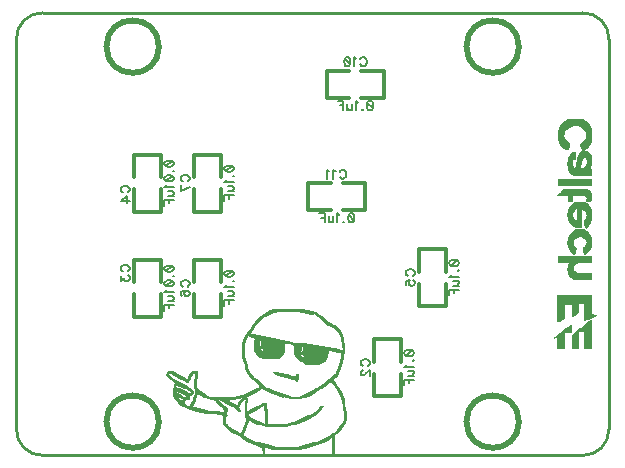
<source format=gbr>
G04 DipTrace 3.3.1.3*
G04 BottomSilk.gbr*
%MOIN*%
G04 #@! TF.FileFunction,Legend,Bot*
G04 #@! TF.Part,Single*
%ADD12C,0.003*%
%ADD16C,0.01*%
%ADD19C,0.02*%
%ADD20C,0.012*%
%ADD64C,0.006562*%
%FSLAX26Y26*%
G04*
G70*
G90*
G75*
G01*
G04 BotSilk*
%LPD*%
X1205000Y400000D2*
D20*
Y325007D1*
X1295000Y400000D2*
Y325007D1*
Y284993D2*
Y210000D1*
X1205000Y284993D2*
Y210000D1*
X1295000Y400000D2*
X1205000D1*
X1295000Y210000D2*
X1205000D1*
X495000Y475000D2*
Y549993D1*
X405000Y475000D2*
Y549993D1*
Y590007D2*
Y665000D1*
X495000Y590007D2*
Y665000D1*
X405000Y475000D2*
X495000D1*
X405000Y665000D2*
X495000D1*
Y825000D2*
Y899993D1*
X405000Y825000D2*
Y899993D1*
Y940007D2*
Y1015000D1*
X495000Y940007D2*
Y1015000D1*
X405000Y825000D2*
X495000D1*
X405000Y1015000D2*
X495000D1*
X1355000Y700000D2*
Y625007D1*
X1445000Y700000D2*
Y625007D1*
Y584993D2*
Y510000D1*
X1355000Y584993D2*
Y510000D1*
X1445000Y700000D2*
X1355000D1*
X1445000Y510000D2*
X1355000D1*
X695000Y475000D2*
Y549993D1*
X605000Y475000D2*
Y549993D1*
Y590007D2*
Y665000D1*
X695000Y590007D2*
Y665000D1*
X605000Y475000D2*
X695000D1*
X605000Y665000D2*
X695000D1*
Y825000D2*
Y899993D1*
X605000Y825000D2*
Y899993D1*
Y940007D2*
Y1015000D1*
X695000Y940007D2*
Y1015000D1*
X605000Y825000D2*
X695000D1*
X605000Y1015000D2*
X695000D1*
X1237500Y1295000D2*
X1162507D1*
X1237500Y1205000D2*
X1162507D1*
X1122493D2*
X1047500D1*
X1122493Y1295000D2*
X1047500D1*
X1237500Y1205000D2*
Y1295000D1*
X1047500Y1205000D2*
Y1295000D1*
X1175000Y920000D2*
X1100007D1*
X1175000Y830000D2*
X1100007D1*
X1059993D2*
X985000D1*
X1059993Y920000D2*
X985000D1*
X1175000Y830000D2*
Y920000D1*
X985000Y830000D2*
Y920000D1*
X100000Y12500D2*
D16*
X1900000D1*
X100000Y1487500D2*
X1900000D1*
X1987500Y1400000D2*
Y100000D1*
X12500Y1400000D2*
Y100000D1*
Y1400000D2*
G02X100000Y1487500I85417J2083D01*
G01*
Y12500D2*
G02X12500Y100000I-2083J85417D01*
G01*
X1987500D2*
G02X1900000Y12500I-85417J-2083D01*
G01*
Y1487500D2*
G02X1987500Y1400000I2083J-85417D01*
G01*
X312500Y125000D2*
D19*
G02X312500Y125000I87500J0D01*
G01*
X1512500D2*
G02X1512500Y125000I87500J0D01*
G01*
X312500Y1375000D2*
G02X312500Y1375000I87500J0D01*
G01*
X1512500D2*
G02X1512500Y1375000I87500J0D01*
G01*
X1851000Y1134500D2*
D12*
X1899000D1*
X1845590Y1131500D2*
X1903848D1*
X1840835Y1128500D2*
X1908442D1*
X1836842Y1125500D2*
X1912549D1*
X1833460Y1122500D2*
X1915874D1*
X1830632Y1119500D2*
X1918407D1*
X1828278Y1116500D2*
X1920401D1*
X1826133Y1113500D2*
X1922117D1*
X1824133Y1110500D2*
X1861179D1*
X1889862D2*
X1923700D1*
X1822520Y1107500D2*
X1854670D1*
X1895255D2*
X1925222D1*
X1821251Y1104500D2*
X1849672D1*
X1899643D2*
X1926626D1*
X1820095Y1101500D2*
X1845803D1*
X1902831D2*
X1927738D1*
X1819134Y1098500D2*
X1842776D1*
X1905158D2*
X1928413D1*
X1818534Y1095500D2*
X1840444D1*
X1907010D2*
X1928753D1*
X1818227Y1092500D2*
X1838650D1*
X1908547D2*
X1928903D1*
X1818089Y1089500D2*
X1837368D1*
X1909710D2*
X1928964D1*
X1818033Y1086500D2*
X1836626D1*
X1910403D2*
X1928987D1*
X1818012Y1083500D2*
X1836261D1*
X1910749D2*
X1928996D1*
X1818004Y1080500D2*
X1836113D1*
X1910890D2*
X1928999D1*
X1818001Y1077500D2*
X1836155D1*
X1910847D2*
X1929000D1*
X1818000Y1074500D2*
X1836524D1*
X1910476D2*
X1929000D1*
X1818012Y1071500D2*
X1837351D1*
X1909649D2*
X1929000D1*
X1818117Y1068500D2*
X1838629D1*
X1908383D2*
X1928988D1*
X1818500Y1065500D2*
X1840486D1*
X1906631D2*
X1928883D1*
X1819230Y1062500D2*
X1843227D1*
X1904260D2*
X1928489D1*
X1820116Y1059500D2*
X1846837D1*
X1901252D2*
X1927665D1*
X1821127Y1056500D2*
X1850561D1*
X1897821D2*
X1926502D1*
X1822518Y1053500D2*
X1853760D1*
X1894721D2*
X1925143D1*
X1824250Y1050500D2*
X1854676D1*
X1892318D2*
X1923596D1*
X1826095Y1047500D2*
X1854470D1*
X1891979D2*
X1921727D1*
X1828146Y1044500D2*
X1854152D1*
X1892814D2*
X1919398D1*
X1830660Y1041500D2*
X1853625D1*
X1893879D2*
X1916634D1*
X1833816Y1038500D2*
X1852808D1*
X1894955D2*
X1913401D1*
X1837699Y1035500D2*
X1851881D1*
X1896038D2*
X1909719D1*
X1842000Y1032500D2*
X1851000D1*
X1897399D2*
X1905849D1*
X1899000Y1029500D2*
X1902000D1*
X1895089Y1026500D2*
X1910528D1*
X1866000Y1023500D2*
X1875000D1*
X1891592D2*
X1916869D1*
X1862091Y1020500D2*
X1875000D1*
X1888860D2*
X1921219D1*
X1859078Y1017500D2*
X1875000D1*
X1886823D2*
X1924156D1*
X1856813Y1014500D2*
X1875000D1*
X1885326D2*
X1926201D1*
X1854981Y1011500D2*
X1875000D1*
X1884155D2*
X1927578D1*
X1853450Y1008500D2*
X1875000D1*
X1883053D2*
X1928356D1*
X1852289Y1005500D2*
X1875000D1*
X1882118D2*
X1928733D1*
X1851585Y1002500D2*
X1875000D1*
X1881516D2*
X1899578D1*
X1910410D2*
X1928896D1*
X1851133Y999500D2*
X1866000D1*
X1881108D2*
X1897718D1*
X1912165D2*
X1928962D1*
X1850598Y996500D2*
X1864974D1*
X1880589D2*
X1896331D1*
X1913170D2*
X1928987D1*
X1849818Y993500D2*
X1864082D1*
X1879815D2*
X1895125D1*
X1913645D2*
X1928984D1*
X1849037Y990500D2*
X1863525D1*
X1879025D2*
X1894145D1*
X1913750D2*
X1928881D1*
X1848611Y987500D2*
X1863336D1*
X1878494D2*
X1893526D1*
X1913440D2*
X1928500D1*
X1848712Y984500D2*
X1863598D1*
X1878201D2*
X1893111D1*
X1912636D2*
X1927770D1*
X1849303Y981500D2*
X1864377D1*
X1877959D2*
X1892588D1*
X1911379D2*
X1926887D1*
X1850019Y978500D2*
X1865596D1*
X1877442D2*
X1891788D1*
X1909650D2*
X1925898D1*
X1850522Y975500D2*
X1867183D1*
X1876396D2*
X1890873D1*
X1907439D2*
X1924578D1*
X1850804Y972500D2*
X1869000D1*
X1875000D2*
X1890000D1*
X1905000D2*
X1923000D1*
X1851034Y969500D2*
X1925770D1*
X1851480Y966500D2*
X1927821D1*
X1852336Y963500D2*
X1928447D1*
X1853635Y960500D2*
X1928772D1*
X1855607Y957500D2*
X1928913D1*
X1858798Y954500D2*
X1928969D1*
X1863469Y951500D2*
X1928989D1*
X1869000Y948500D2*
X1928997D1*
X1926000Y945500D2*
X1929000D1*
X1818000Y933500D2*
X1929000D1*
X1818000Y930500D2*
X1929000D1*
X1818000Y927500D2*
X1929000D1*
X1818000Y924500D2*
X1929000D1*
X1818000Y921500D2*
X1929000D1*
X1818000Y918500D2*
X1929000D1*
X1818000Y915500D2*
X1929000D1*
X1818000Y912500D2*
X1929000D1*
X1833000Y900500D2*
X1914000D1*
X1831385Y897500D2*
X1919294D1*
X1829246Y894500D2*
X1923157D1*
X1826682Y891500D2*
X1925752D1*
X1823876Y888500D2*
X1927396D1*
X1820954Y885500D2*
X1928286D1*
X1817985Y882500D2*
X1928708D1*
X1815000Y879500D2*
X1928888D1*
X1851000Y876500D2*
X1863000D1*
X1908000D2*
X1928959D1*
X1851000Y873500D2*
X1863000D1*
X1911000D2*
X1928974D1*
X1851000Y870500D2*
X1863000D1*
X1914000D2*
X1928869D1*
X1851000Y867500D2*
X1863000D1*
X1912604D2*
X1928409D1*
X1851000Y864500D2*
X1863000D1*
X1911677D2*
X1927384D1*
X1851000Y861500D2*
X1863000D1*
X1911000D2*
X1926000D1*
X1878000Y858500D2*
X1902000D1*
X1872230Y855500D2*
X1907770D1*
X1867507Y852500D2*
X1912481D1*
X1863647Y849500D2*
X1916248D1*
X1860366Y846500D2*
X1919240D1*
X1857603Y843500D2*
X1921573D1*
X1855379Y840500D2*
X1923469D1*
X1853627Y837500D2*
X1925132D1*
X1852361Y834500D2*
X1875012D1*
X1881000D2*
X1893000D1*
X1898399D2*
X1926592D1*
X1851612Y831500D2*
X1872129D1*
X1881000D2*
X1893000D1*
X1903036D2*
X1927726D1*
X1851143Y828500D2*
X1869617D1*
X1881000D2*
X1893000D1*
X1906541D2*
X1928409D1*
X1850602Y825500D2*
X1867729D1*
X1881000D2*
X1893000D1*
X1909204D2*
X1928751D1*
X1849819Y822500D2*
X1866346D1*
X1881000D2*
X1893000D1*
X1910256D2*
X1928903D1*
X1849038Y819500D2*
X1865243D1*
X1881000D2*
X1893000D1*
X1911222D2*
X1928964D1*
X1848611Y816500D2*
X1864379D1*
X1881000D2*
X1893000D1*
X1912481D2*
X1928987D1*
X1848712Y813500D2*
X1864804D1*
X1881000D2*
X1893000D1*
X1914000D2*
X1928996D1*
X1849303Y810500D2*
X1865721D1*
X1881000D2*
X1893000D1*
X1912603D2*
X1928999D1*
X1850019Y807500D2*
X1867067D1*
X1881000D2*
X1893000D1*
X1911625D2*
X1928988D1*
X1850533Y804500D2*
X1868996D1*
X1881000D2*
X1893000D1*
X1910701D2*
X1928883D1*
X1850910Y801500D2*
X1871727D1*
X1881000D2*
X1893000D1*
X1909395D2*
X1928500D1*
X1851428Y798500D2*
X1875000D1*
X1881000D2*
X1893000D1*
X1907723D2*
X1927770D1*
X1852316Y795500D2*
X1893000D1*
X1906031D2*
X1926896D1*
X1853604Y792500D2*
X1893000D1*
X1904606D2*
X1925978D1*
X1855365Y789500D2*
X1893000D1*
X1903505D2*
X1924864D1*
X1857750Y786500D2*
X1893000D1*
X1903862D2*
X1923469D1*
X1860887Y783500D2*
X1893000D1*
X1904733D2*
X1921675D1*
X1864936Y780500D2*
X1893000D1*
X1905949D2*
X1919389D1*
X1869789Y777500D2*
X1893000D1*
X1907410D2*
X1916745D1*
X1875000Y774500D2*
X1893000D1*
X1909113D2*
X1913907D1*
X1911000Y771500D2*
D3*
X1875000Y765500D2*
X1902000D1*
X1870615Y762500D2*
X1907770D1*
X1866754Y759500D2*
X1912481D1*
X1863329Y756500D2*
X1916248D1*
X1860241Y753500D2*
X1919240D1*
X1857557Y750500D2*
X1921573D1*
X1855363Y747500D2*
X1923469D1*
X1853621Y744500D2*
X1925132D1*
X1852359Y741500D2*
X1881601D1*
X1898399D2*
X1926592D1*
X1851611Y738500D2*
X1876952D1*
X1903036D2*
X1927726D1*
X1851143Y735500D2*
X1873342D1*
X1906553D2*
X1928409D1*
X1850602Y732500D2*
X1870690D1*
X1908937D2*
X1928751D1*
X1849819Y729500D2*
X1868748D1*
X1910627D2*
X1928903D1*
X1849038Y726500D2*
X1867417D1*
X1912252D2*
X1928964D1*
X1848611Y723500D2*
X1866756D1*
X1914000D2*
X1928987D1*
X1848712Y720500D2*
X1866777D1*
X1912489D2*
X1928996D1*
X1849303Y717500D2*
X1867462D1*
X1911126D2*
X1928987D1*
X1850031Y714500D2*
X1868759D1*
X1909471D2*
X1928882D1*
X1850639Y711500D2*
X1870741D1*
X1907302D2*
X1928489D1*
X1851304Y708500D2*
X1873205D1*
X1904831D2*
X1927665D1*
X1852252Y705500D2*
X1875631D1*
X1902524D2*
X1926502D1*
X1853479Y702500D2*
X1876673D1*
X1900587D2*
X1925143D1*
X1854963Y699500D2*
X1876351D1*
X1899984D2*
X1923596D1*
X1856900Y696500D2*
X1875717D1*
X1900588D2*
X1921716D1*
X1859490Y693500D2*
X1874918D1*
X1901598D2*
X1919283D1*
X1862583Y690500D2*
X1873940D1*
X1902801D2*
X1916162D1*
X1865792Y687500D2*
X1872932D1*
X1903960D2*
X1912294D1*
X1869000Y684500D2*
X1872000D1*
X1905000D2*
X1908000D1*
X1818000Y678500D2*
X1929000D1*
X1818000Y675500D2*
X1929000D1*
X1818000Y672500D2*
X1929000D1*
X1818000Y669500D2*
X1929000D1*
X1818000Y666500D2*
X1929000D1*
X1818000Y663500D2*
X1929000D1*
X1818000Y660500D2*
X1929000D1*
X1818000Y657500D2*
X1929000D1*
X1853536Y654500D2*
X1879065D1*
X1852793Y651500D2*
X1875160D1*
X1852004Y648500D2*
X1872326D1*
X1851373Y645500D2*
X1870211D1*
X1850712Y642500D2*
X1868654D1*
X1849878Y639500D2*
X1867504D1*
X1849162Y636500D2*
X1867770D1*
X1849000Y633500D2*
X1868480D1*
X1849433Y630500D2*
X1869484D1*
X1850073Y627500D2*
X1872401D1*
X1850554Y624500D2*
X1876417D1*
X1850917Y621500D2*
X1929000D1*
X1851431Y618500D2*
X1929000D1*
X1852328Y615500D2*
X1929000D1*
X1853745Y612500D2*
X1929000D1*
X1855623Y609500D2*
X1929000D1*
X1859922Y606500D2*
X1929000D1*
X1865577Y603500D2*
X1929000D1*
X1872000Y600500D2*
X1929000D1*
X1815000Y546500D2*
X1929000D1*
X1815000Y543500D2*
X1929000D1*
X1815000Y540500D2*
X1929000D1*
X1815000Y537500D2*
X1929000D1*
X1815000Y534500D2*
X1929000D1*
X1815000Y531500D2*
X1929000D1*
X1815000Y528500D2*
X1929000D1*
X1815000Y525500D2*
X1929000D1*
X1815000Y522500D2*
X1929000D1*
X1815000Y519500D2*
X1929000D1*
X1815000Y516500D2*
X1884000D1*
X1905000D2*
X1929000D1*
X1815000Y513500D2*
X1839000D1*
X1863000D2*
X1884000D1*
X1905000D2*
X1929000D1*
X1815000Y510500D2*
X1839000D1*
X1863000D2*
X1884000D1*
X1905000D2*
X1929000D1*
X1815000Y507500D2*
X1839000D1*
X1863000D2*
X1884000D1*
X1905000D2*
X1929000D1*
X1815000Y504500D2*
X1839000D1*
X1863000D2*
X1884000D1*
X1905000D2*
X1929000D1*
X1815000Y501500D2*
X1839000D1*
X1863000D2*
X1884000D1*
X1905000D2*
X1929000D1*
X1815000Y498500D2*
X1839000D1*
X1863000D2*
X1884000D1*
X1905000D2*
X1929000D1*
X1815000Y495500D2*
X1839000D1*
X1863000D2*
X1883988D1*
X1905000D2*
X1929000D1*
X1815000Y492500D2*
X1839000D1*
X1863000D2*
X1883848D1*
X1905000D2*
X1929000D1*
X1815000Y489500D2*
X1839000D1*
X1863000D2*
X1883496D1*
X1905000D2*
X1929000D1*
X1815000Y486500D2*
X1839000D1*
X1863000D2*
X1881662D1*
X1905000D2*
X1929000D1*
X1815000Y483500D2*
X1839000D1*
X1863000D2*
X1877248D1*
X1905000D2*
X1929000D1*
X1815000Y480500D2*
X1839000D1*
X1863000D2*
X1871830D1*
X1905000D2*
X1944000D1*
X1815000Y477500D2*
X1838977D1*
X1863000D2*
X1866000D1*
X1905000D2*
X1938359D1*
X1815000Y474500D2*
X1838742D1*
X1905000D2*
X1932316D1*
X1815000Y471500D2*
X1838180D1*
X1905000D2*
X1926069D1*
X1815000Y468500D2*
X1835417D1*
X1905000D2*
X1919505D1*
X1815000Y465500D2*
X1831367D1*
X1905000D2*
X1912422D1*
X1929000D2*
D3*
X1815000Y462500D2*
X1826372D1*
X1905000D2*
D3*
X1924501D2*
X1929000D1*
X1815000Y459500D2*
X1821000D1*
X1920255D2*
X1929000D1*
X1916100Y456500D2*
X1929000D1*
X1912125Y453500D2*
X1929000D1*
X1908418Y450500D2*
X1929000D1*
X1857000Y447500D2*
X1860000D1*
X1904728D2*
X1929000D1*
X1853536Y444500D2*
X1860000D1*
X1900860D2*
X1929000D1*
X1849793Y441500D2*
X1860000D1*
X1896929D2*
X1929000D1*
X1846004Y438500D2*
X1860000D1*
X1893002D2*
X1929000D1*
X1842373Y435500D2*
X1860000D1*
X1888986D2*
X1929000D1*
X1838712Y432500D2*
X1860000D1*
X1884981D2*
X1929000D1*
X1834854Y429500D2*
X1860000D1*
X1881022D2*
X1929000D1*
X1830927Y426500D2*
X1860000D1*
X1877005D2*
X1929000D1*
X1827001Y423500D2*
X1839000D1*
X1873113D2*
X1884000D1*
X1905000D2*
X1929000D1*
X1822986Y420500D2*
X1839000D1*
X1869651D2*
X1884000D1*
X1905000D2*
X1929000D1*
X1818981Y417500D2*
X1839000D1*
X1866851D2*
X1884000D1*
X1905000D2*
X1929000D1*
X1815034Y414500D2*
X1839000D1*
X1864620D2*
X1884000D1*
X1905000D2*
X1929000D1*
X1811130Y411500D2*
X1839000D1*
X1863788D2*
X1884000D1*
X1905000D2*
X1929000D1*
X1807682Y408500D2*
X1839000D1*
X1863336D2*
X1884000D1*
X1905000D2*
X1929000D1*
X1805082Y405500D2*
X1839000D1*
X1863132D2*
X1884000D1*
X1905000D2*
X1929000D1*
X1803000Y402500D2*
X1806000D1*
X1815000D2*
X1839000D1*
X1863049D2*
X1884000D1*
X1905000D2*
X1929000D1*
X1815000Y399500D2*
X1839000D1*
X1863017D2*
X1884000D1*
X1905000D2*
X1929000D1*
X1815000Y396500D2*
X1839000D1*
X1863006D2*
X1884000D1*
X1905000D2*
X1929000D1*
X1815000Y393500D2*
X1839000D1*
X1863002D2*
X1884000D1*
X1905000D2*
X1929000D1*
X1815000Y390500D2*
X1839000D1*
X1863001D2*
X1884000D1*
X1905000D2*
X1929000D1*
X1815000Y387500D2*
X1839000D1*
X1863000D2*
X1884000D1*
X1905000D2*
X1929000D1*
X1815000Y384500D2*
X1839000D1*
X1863000D2*
X1884000D1*
X1905000D2*
X1929000D1*
X1815000Y381500D2*
X1839000D1*
X1863000D2*
X1884000D1*
X1905000D2*
X1929000D1*
X1815000Y378500D2*
X1839000D1*
X1863000D2*
X1884000D1*
X1905000D2*
X1929000D1*
X1815000Y375500D2*
X1839000D1*
X1863000D2*
X1884000D1*
X1905000D2*
X1929000D1*
X1815000Y372500D2*
X1839000D1*
X1863000D2*
X1884000D1*
X1905000D2*
X1929000D1*
X1815000Y369500D2*
X1839000D1*
X1863000D2*
X1884000D1*
X1905000D2*
X1929000D1*
X869000Y499500D2*
X965000D1*
X859423Y496500D2*
X982567D1*
X851979Y493500D2*
X996869D1*
X846272Y490500D2*
X871244D1*
X963897D2*
X1006818D1*
X841381Y487500D2*
X860830D1*
X979792D2*
X1013473D1*
X836783Y484500D2*
X852987D1*
X995000D2*
X1001000D1*
X1007012D2*
X1018453D1*
X832369Y481500D2*
X846886D1*
X1010117D2*
X1022827D1*
X828258Y478500D2*
X841801D1*
X1013500D2*
X1026848D1*
X824585Y475500D2*
X837418D1*
X1017218D2*
X1030462D1*
X821247Y472500D2*
X833642D1*
X1020987D2*
X1033773D1*
X818097Y469500D2*
X830254D1*
X1024522D2*
X1036911D1*
X815047Y466500D2*
X826998D1*
X1027894D2*
X1039979D1*
X812130Y463500D2*
X823656D1*
X1031310D2*
X1043129D1*
X809504Y460500D2*
X820295D1*
X1034792D2*
X1046742D1*
X807219Y457500D2*
X817235D1*
X1038152D2*
X1051345D1*
X804999Y454500D2*
X814490D1*
X1041390D2*
X1057039D1*
X802639Y451500D2*
X811839D1*
X1044909D2*
X1063202D1*
X800405Y448500D2*
X809384D1*
X1049484D2*
X1069015D1*
X798633Y445500D2*
X807283D1*
X1055471D2*
X1073991D1*
X797174Y442500D2*
X805466D1*
X1061837D2*
X1078099D1*
X795486Y439500D2*
X803721D1*
X1067379D2*
X1081630D1*
X793295Y436500D2*
X801785D1*
X1071920D2*
X1084846D1*
X790703Y433500D2*
X799543D1*
X1075895D2*
X1087831D1*
X787884Y430500D2*
X797256D1*
X1079520D2*
X1090471D1*
X784969Y427500D2*
X795123D1*
X1082584D2*
X1092647D1*
X782114Y424500D2*
X792960D1*
X1084988D2*
X1094394D1*
X779623Y421500D2*
X790552D1*
X1086923D2*
X1095760D1*
X777833Y418500D2*
X788000D1*
X1088521D2*
X1096877D1*
X776704Y415500D2*
X802153D1*
X1089812D2*
X1097958D1*
X775727Y412500D2*
X818370D1*
X1090897D2*
X1098886D1*
X774403Y409500D2*
X781525D1*
X789655D2*
X835756D1*
X1091965D2*
X1099485D1*
X772726Y406500D2*
X780664D1*
X798813D2*
X852146D1*
X1092900D2*
X1099893D1*
X771008Y403500D2*
X779399D1*
X809000D2*
X866737D1*
X1093591D2*
X1100411D1*
X769372Y400500D2*
X777773D1*
X806590D2*
X880794D1*
X1094275D2*
X1101185D1*
X767811Y397500D2*
X775995D1*
X804835D2*
X895891D1*
X1095129D2*
X1101975D1*
X766388Y394500D2*
X774469D1*
X803830D2*
X821000D1*
X826410D2*
X913162D1*
X1095954D2*
X1102506D1*
X765267Y391500D2*
X773233D1*
X803343D2*
X821000D1*
X828153D2*
X932000D1*
X950000D2*
D3*
X1096499D2*
X1102799D1*
X764589Y388500D2*
X772089D1*
X803132D2*
X821000D1*
X829325D2*
X953000D1*
X1096796D2*
X1103033D1*
X764248Y385500D2*
X771132D1*
X803048D2*
X821000D1*
X829139D2*
X969017D1*
X1097032D2*
X1103468D1*
X764097Y382500D2*
X770534D1*
X803017D2*
X821000D1*
X828278D2*
X905000D1*
X930219D2*
X987996D1*
X1097468D2*
X1104207D1*
X764036Y379500D2*
X770227D1*
X803006D2*
X821000D1*
X827000D2*
X905000D1*
X935585D2*
X1008637D1*
X1098207D2*
X1104983D1*
X764013Y376500D2*
X770089D1*
X803002D2*
X905000D1*
X939582D2*
X1029452D1*
X1098983D2*
X1105509D1*
X764004Y373500D2*
X770033D1*
X803012D2*
X905000D1*
X939262D2*
X961988D1*
X967988D2*
X1049792D1*
X1099511D2*
X1105788D1*
X764001Y370500D2*
X770012D1*
X803117D2*
X905000D1*
X938772D2*
X961874D1*
X967874D2*
X1069234D1*
X1099806D2*
X1105916D1*
X764000Y367500D2*
X770004D1*
X803511D2*
X824000D1*
X833000D2*
X905000D1*
X938391D2*
X961410D1*
X967410D2*
X1088000D1*
X1100000D2*
X1105968D1*
X764000Y364500D2*
X770001D1*
X804335D2*
X827000D1*
X833000D2*
X904988D1*
X938174D2*
X960385D1*
X966385D2*
X1105977D1*
X764000Y361500D2*
X770000D1*
X805498D2*
X904871D1*
X938071D2*
X959000D1*
X965000D2*
X1051886D1*
X1071453D2*
X1105879D1*
X764000Y358500D2*
X770000D1*
X806846D2*
X904383D1*
X938027D2*
X1051501D1*
X1082586D2*
X1105487D1*
X764000Y355500D2*
X770000D1*
X808287D2*
X903271D1*
X938021D2*
X1050782D1*
X1090654D2*
X1104664D1*
X764000Y352500D2*
X770012D1*
X809785D2*
X901654D1*
X938132D2*
X1050001D1*
X1097000D2*
X1103513D1*
X764012Y349500D2*
X770117D1*
X811525D2*
X899757D1*
X938630D2*
X1049372D1*
X1095615D2*
X1102272D1*
X764117Y346500D2*
X770511D1*
X813612D2*
X897353D1*
X939859D2*
X959000D1*
X968000D2*
X1048700D1*
X1094754D2*
X1101224D1*
X764500Y343500D2*
X771335D1*
X818466D2*
X894219D1*
X941939D2*
X962000D1*
X971000D2*
X1047737D1*
X1094306D2*
X1100574D1*
X765218Y340500D2*
X772487D1*
X825178D2*
X890652D1*
X944726D2*
X1046428D1*
X1094007D2*
X1100243D1*
X765999Y337500D2*
X773740D1*
X833000D2*
X887000D1*
X947875D2*
X1044783D1*
X1093546D2*
X1100084D1*
X766639Y334500D2*
X774893D1*
X951064D2*
X1042987D1*
X1092798D2*
X1099918D1*
X767405Y331500D2*
X775926D1*
X954645D2*
X1041342D1*
X1092007D2*
X1099513D1*
X768633Y328500D2*
X776975D1*
X959102D2*
X1039570D1*
X1091374D2*
X1098786D1*
X770174Y325500D2*
X777904D1*
X963821D2*
X1036864D1*
X1090712D2*
X1098003D1*
X771498Y322500D2*
X778592D1*
X967828D2*
X1032525D1*
X1089855D2*
X1097373D1*
X772412Y319500D2*
X779276D1*
X971058D2*
X1026315D1*
X1088927D2*
X1096700D1*
X773203Y316500D2*
X780130D1*
X974000D2*
X1019000D1*
X1088001D2*
X1095749D1*
X774102Y313500D2*
X780954D1*
X1086986D2*
X1094545D1*
X774944Y310500D2*
X781510D1*
X1085981D2*
X1093271D1*
X775495Y307500D2*
X781902D1*
X1085010D2*
X1092111D1*
X775795Y304500D2*
X782426D1*
X1083888D2*
X1091064D1*
X776043Y301500D2*
X783303D1*
X1082601D2*
X1089908D1*
X776585Y298500D2*
X784487D1*
X1081304D2*
X1088609D1*
X521000Y295500D2*
D3*
X777718D2*
X785853D1*
X1080224D2*
X1087307D1*
X517205Y292500D2*
X533000D1*
X599000D2*
X614000D1*
X779318D2*
X787403D1*
X1079437D2*
X1086225D1*
X514151Y289500D2*
X538896D1*
X595651D2*
X614000D1*
X781008D2*
X789272D1*
X869000D2*
X875000D1*
X1078487D2*
X1085461D1*
X513050Y286500D2*
X544144D1*
X592303D2*
X614000D1*
X782646D2*
X791591D1*
X869727D2*
X893293D1*
X1077085D2*
X1084733D1*
X512581Y283500D2*
X518464D1*
X532536D2*
X549434D1*
X589363D2*
X599114D1*
X608000D2*
X614000D1*
X784332D2*
X794237D1*
X873339D2*
X910115D1*
X944000D2*
X950000D1*
X1073597D2*
X1083725D1*
X512563Y280500D2*
X522207D1*
X537793D2*
X555455D1*
X587106D2*
X596510D1*
X607988D2*
X614000D1*
X786347D2*
X796992D1*
X883849D2*
X926000D1*
X944000D2*
X950000D1*
X1069492D2*
X1082186D1*
X513962Y277500D2*
X525972D1*
X543028D2*
X562062D1*
X585568D2*
X594347D1*
X607883D2*
X613988D1*
X788962D2*
X799665D1*
X897198D2*
X950000D1*
X1065381D2*
X1079657D1*
X516962Y274500D2*
X529404D1*
X548596D2*
X568256D1*
X584704D2*
X592604D1*
X607500D2*
X613883D1*
X791963D2*
X802423D1*
X911139D2*
X950000D1*
X1061656D2*
X1075945D1*
X520311Y271500D2*
X532406D1*
X554582D2*
X573410D1*
X584269D2*
X591240D1*
X606782D2*
X613500D1*
X794877D2*
X805840D1*
X923332D2*
X949988D1*
X1058279D2*
X1071752D1*
X523639Y268500D2*
X535209D1*
X560674D2*
X578000D1*
X584000D2*
X590111D1*
X606013D2*
X612782D1*
X797676D2*
X810079D1*
X932130D2*
X949874D1*
X1055110D2*
X1067778D1*
X526848Y265500D2*
X538328D1*
X566173D2*
X588915D1*
X605490D2*
X612013D1*
X800790D2*
X814416D1*
X938340D2*
X949410D1*
X1052029D2*
X1064000D1*
X530059Y262500D2*
X542129D1*
X570694D2*
X587516D1*
X605211D2*
X611490D1*
X804350D2*
X818047D1*
X941267D2*
X948385D1*
X1048897D2*
X1067338D1*
X533564Y259500D2*
X546916D1*
X574493D2*
X585856D1*
X605084D2*
X611211D1*
X808041D2*
X820877D1*
X944000D2*
X947000D1*
X1045494D2*
X1070591D1*
X537606Y256500D2*
X553192D1*
X578000D2*
X584000D1*
X605032D2*
X611084D1*
X811531D2*
X823455D1*
X1041666D2*
X1054886D1*
X1059947D2*
X1073267D1*
X542000Y253500D2*
X560828D1*
X605011D2*
X611032D1*
X814784D2*
X826319D1*
X1037490D2*
X1051490D1*
X1063958D2*
X1075304D1*
X539230Y250500D2*
X568563D1*
X605004D2*
X611011D1*
X817766D2*
X829527D1*
X1033037D2*
X1047653D1*
X1067185D2*
X1077279D1*
X537179Y247500D2*
X575225D1*
X605001D2*
X611016D1*
X820282D2*
X832866D1*
X1028225D2*
X1043396D1*
X1070136D2*
X1079500D1*
X536553Y244500D2*
X542445D1*
X555707D2*
X580765D1*
X605000D2*
X611130D1*
X822404D2*
X836507D1*
X1023126D2*
X1038760D1*
X1072962D2*
X1081753D1*
X536228Y241500D2*
X544019D1*
X564819D2*
X585396D1*
X605012D2*
X611629D1*
X820075D2*
X840796D1*
X1018151D2*
X1033889D1*
X1075524D2*
X1083769D1*
X536087Y238500D2*
X548048D1*
X571992D2*
X589285D1*
X605129D2*
X612847D1*
X816637D2*
X845838D1*
X1013563D2*
X1029075D1*
X1077679D2*
X1085552D1*
X536031Y235500D2*
X553477D1*
X577710D2*
X592695D1*
X605617D2*
X614845D1*
X812441D2*
X826874D1*
X832536D2*
X851583D1*
X1009123D2*
X1024397D1*
X1079507D2*
X1087274D1*
X536011Y232500D2*
X559957D1*
X582504D2*
X595758D1*
X606706D2*
X617473D1*
X807674D2*
X823384D1*
X837804D2*
X858246D1*
X1004671D2*
X1019808D1*
X1081156D2*
X1089112D1*
X536004Y229500D2*
X566937D1*
X586873D2*
X598330D1*
X608088D2*
X620773D1*
X802271D2*
X819259D1*
X843156D2*
X866030D1*
X1000081D2*
X1015274D1*
X1082714D2*
X1091076D1*
X536001Y226500D2*
X542797D1*
X548680D2*
X574007D1*
X591343D2*
X600428D1*
X609304D2*
X624989D1*
X796133D2*
X814537D1*
X849236D2*
X874690D1*
X995015D2*
X1010757D1*
X1084239D2*
X1093014D1*
X536000Y223500D2*
X545472D1*
X556064D2*
X581000D1*
X596000D2*
X601049D1*
X609043D2*
X630104D1*
X789162D2*
X809257D1*
X856546D2*
X884129D1*
X989112D2*
X1006242D1*
X1085756D2*
X1094979D1*
X536000Y220500D2*
X549262D1*
X563667D2*
X601308D1*
X608226D2*
X635452D1*
X781489D2*
X803125D1*
X865030D2*
X894466D1*
X982456D2*
X1001621D1*
X1087355D2*
X1096897D1*
X536000Y217500D2*
X554023D1*
X570078D2*
X596854D1*
X607044D2*
X613525D1*
X619049D2*
X640186D1*
X773104D2*
X796130D1*
X873987D2*
X904849D1*
X975311D2*
X996611D1*
X1089131D2*
X1098389D1*
X536000Y214500D2*
X559723D1*
X574566D2*
X590840D1*
X605683D2*
X612675D1*
X626327D2*
X644366D1*
X763376D2*
X788675D1*
X883001D2*
X914257D1*
X967447D2*
X990785D1*
X1090958D2*
X1099372D1*
X536023Y211500D2*
X566000D1*
X578000D2*
X584000D1*
X604341D2*
X611516D1*
X632787D2*
X648786D1*
X751797D2*
X780930D1*
X892333D2*
X923000D1*
X959000D2*
X983907D1*
X1092412D2*
X1100188D1*
X536258Y208500D2*
X542000D1*
X551000D2*
X585385D1*
X603251D2*
X610272D1*
X638487D2*
X653750D1*
X738719D2*
X773000D1*
X902000D2*
D3*
X909655D2*
X976073D1*
X1093380D2*
X1101109D1*
X536820Y205500D2*
X551000D1*
X557501D2*
X586250D1*
X602572D2*
X609224D1*
X644140D2*
X776795D1*
X915813D2*
X967649D1*
X1094191D2*
X1102060D1*
X539332Y202500D2*
X552594D1*
X563468D2*
X586708D1*
X602117D2*
X608562D1*
X651854D2*
X750345D1*
X764601D2*
X779849D1*
X923000D2*
X959000D1*
X1095110D2*
X1102994D1*
X542396Y199500D2*
X554000D1*
X569000D2*
X575000D1*
X601468D2*
X608114D1*
X663256D2*
X732187D1*
X759952D2*
X781106D1*
X1096060D2*
X1104001D1*
X545129Y196500D2*
X573523D1*
X600201D2*
X607479D1*
X677000D2*
X683114D1*
X694897D2*
X713000D1*
X756342D2*
X767000D1*
X776590D2*
X781126D1*
X1096994D2*
X1104901D1*
X547330Y193500D2*
X572015D1*
X598296D2*
X606306D1*
X677704D2*
X686499D1*
X700607D2*
X719452D1*
X753690D2*
X764012D1*
X774835D2*
X780627D1*
X1098001D2*
X1105478D1*
X549661Y190500D2*
X570802D1*
X596162D2*
X604690D1*
X678925D2*
X690218D1*
X706176D2*
X726082D1*
X751747D2*
X761129D1*
X773830D2*
X779954D1*
X839000D2*
D3*
X1098901D2*
X1105777D1*
X552555Y187500D2*
X571511D1*
X594115D2*
X602995D1*
X682048D2*
X693987D1*
X711849D2*
X732403D1*
X750396D2*
X758628D1*
X773343D2*
X779468D1*
X833217D2*
X845000D1*
X1099478D2*
X1105912D1*
X556050Y184500D2*
X574488D1*
X592093D2*
X601358D1*
X685686D2*
X697510D1*
X717747D2*
X737948D1*
X749576D2*
X756835D1*
X773132D2*
X779204D1*
X827892D2*
X845000D1*
X1099777D2*
X1105967D1*
X560319Y181500D2*
X578000D1*
X590000D2*
X599710D1*
X689355D2*
X700800D1*
X723824D2*
X743000D1*
X749000D2*
X755708D1*
X773048D2*
X779082D1*
X823042D2*
X845000D1*
X1099912D2*
X1105988D1*
X565524Y178500D2*
X597929D1*
X692605D2*
X704021D1*
X729721D2*
X754754D1*
X773017D2*
X779031D1*
X818127D2*
X832525D1*
X839000D2*
X845000D1*
X1025000D2*
X1034000D1*
X1099979D2*
X1106008D1*
X571608Y175500D2*
X596000D1*
X695444D2*
X707339D1*
X734823D2*
X753509D1*
X773006D2*
X779011D1*
X812647D2*
X828664D1*
X839000D2*
X845012D1*
X1023489D2*
X1032511D1*
X1100106D2*
X1106116D1*
X578209Y172500D2*
X605798D1*
X698123D2*
X710578D1*
X739019D2*
X752000D1*
X773002D2*
X779004D1*
X806460D2*
X824376D1*
X839000D2*
X845117D1*
X1022114D2*
X1030851D1*
X1100496D2*
X1106499D1*
X584876Y169500D2*
X617595D1*
X700490D2*
X713498D1*
X742596D2*
X754411D1*
X773001D2*
X779001D1*
X799904D2*
X819515D1*
X839012D2*
X845500D1*
X1020354D2*
X1029283D1*
X1101217D2*
X1107230D1*
X592392Y166500D2*
X630424D1*
X702214D2*
X714880D1*
X745845D2*
X756176D1*
X773000D2*
X779000D1*
X793738D2*
X813773D1*
X839117D2*
X846218D1*
X1017779D2*
X1027581D1*
X1101987D2*
X1108104D1*
X602263Y163500D2*
X643273D1*
X703264D2*
X714891D1*
X748946D2*
X757250D1*
X773000D2*
X779000D1*
X788000D2*
X807128D1*
X839500D2*
X846987D1*
X1014367D2*
X1025234D1*
X1102522D2*
X1109010D1*
X614842Y160500D2*
X689000D1*
X704000D2*
X713470D1*
X752000D2*
X758000D1*
X773000D2*
X800099D1*
X840218D2*
X847510D1*
X1010397D2*
X1022284D1*
X1102906D2*
X1110007D1*
X629132Y157500D2*
X712099D1*
X773000D2*
X793453D1*
X840987D2*
X847789D1*
X1006205D2*
X1019071D1*
X1103415D2*
X1110903D1*
X644000Y154500D2*
X711177D1*
X773000D2*
X787779D1*
X841510D2*
X847916D1*
X1001963D2*
X1015594D1*
X1104187D2*
X1111479D1*
X689000Y151500D2*
X711903D1*
X773012D2*
X783517D1*
X841789D2*
X847968D1*
X997429D2*
X1011811D1*
X1104976D2*
X1111777D1*
X704000Y148500D2*
X713000D1*
X773129D2*
X780241D1*
X841916D2*
X847989D1*
X992071D2*
X1007888D1*
X1105507D2*
X1111912D1*
X702974Y145500D2*
X711163D1*
X773617D2*
X783694D1*
X841968D2*
X847996D1*
X985880D2*
X1003750D1*
X1105787D2*
X1111967D1*
X702082Y142500D2*
X709663D1*
X774706D2*
X787254D1*
X841989D2*
X847999D1*
X979345D2*
X998868D1*
X1105904D2*
X1111988D1*
X701513Y139500D2*
X708520D1*
X776088D2*
X790900D1*
X841996D2*
X848000D1*
X972811D2*
X993033D1*
X1105851D2*
X1111984D1*
X701219Y136500D2*
X708743D1*
X777304D2*
X795300D1*
X841999D2*
X848000D1*
X966181D2*
X986689D1*
X1105477D2*
X1111881D1*
X701087Y133500D2*
X709108D1*
X777157D2*
X801390D1*
X842000D2*
X848000D1*
X959228D2*
X980251D1*
X1104661D2*
X1111488D1*
X701032Y130500D2*
X709118D1*
X776725D2*
X809075D1*
X842000D2*
X848000D1*
X951881D2*
X973656D1*
X1103500D2*
X1110665D1*
X701011Y127500D2*
X708735D1*
X776262D2*
X785578D1*
X795088D2*
X817177D1*
X842000D2*
X848000D1*
X943788D2*
X966698D1*
X1102142D2*
X1109502D1*
X701016Y124500D2*
X708299D1*
X775670D2*
X783718D1*
X800394D2*
X825097D1*
X842000D2*
X848000D1*
X934234D2*
X959188D1*
X1100596D2*
X1108154D1*
X701130Y121500D2*
X708946D1*
X774840D2*
X782331D1*
X807336D2*
X833000D1*
X842000D2*
X848000D1*
X922739D2*
X950759D1*
X1098727D2*
X1106713D1*
X701629Y118500D2*
X710944D1*
X773922D2*
X781113D1*
X815760D2*
X848000D1*
X909698D2*
X941320D1*
X1096421D2*
X1105227D1*
X702847Y115500D2*
X713402D1*
X772988D2*
X780028D1*
X825086D2*
X931407D1*
X1093869D2*
X1103627D1*
X704834Y112500D2*
X716169D1*
X771880D2*
X779039D1*
X834890D2*
X921301D1*
X1091402D2*
X1101750D1*
X707344Y109500D2*
X719187D1*
X770587D2*
X777999D1*
X845000D2*
X911000D1*
X1089194D2*
X1099530D1*
X710133Y106500D2*
X722649D1*
X769186D2*
X776986D1*
X1087080D2*
X1097252D1*
X713072Y103500D2*
X726865D1*
X767724D2*
X776012D1*
X1084888D2*
X1095121D1*
X716251Y100500D2*
X731962D1*
X766233D2*
X774876D1*
X1082506D2*
X1092951D1*
X720017Y97500D2*
X737933D1*
X764659D2*
X773473D1*
X1079685D2*
X1090486D1*
X724579Y94500D2*
X744740D1*
X762910D2*
X771688D1*
X1076480D2*
X1087667D1*
X729732Y91500D2*
X752000D1*
X761000D2*
X769530D1*
X1073150D2*
X1084415D1*
X735461Y88500D2*
X767513D1*
X1069624D2*
X1080762D1*
X741882Y85500D2*
X765960D1*
X1065833D2*
X1077130D1*
X748253Y82500D2*
X766536D1*
X1062009D2*
X1074114D1*
X753515Y79500D2*
X769243D1*
X1058251D2*
X1071715D1*
X757633Y76500D2*
X772562D1*
X1054074D2*
X1070832D1*
X761476Y73500D2*
X776426D1*
X1048903D2*
X1070354D1*
X765684Y70500D2*
X781186D1*
X1042711D2*
X1057410D1*
X1064000D2*
X1070139D1*
X770223Y67500D2*
X786896D1*
X1035927D2*
X1053165D1*
X1064000D2*
X1070051D1*
X774755Y64500D2*
X793066D1*
X1028955D2*
X1048158D1*
X1064000D2*
X1070018D1*
X779533Y61500D2*
X799697D1*
X1021757D2*
X1042551D1*
X1064000D2*
X1070006D1*
X785163Y58500D2*
X807786D1*
X1013623D2*
X1036462D1*
X1064000D2*
X1070002D1*
X791576Y55500D2*
X818193D1*
X1003805D2*
X1029987D1*
X1064000D2*
X1070001D1*
X798432Y52500D2*
X830680D1*
X992267D2*
X1023051D1*
X1064000D2*
X1070000D1*
X806123Y49500D2*
X843906D1*
X979957D2*
X1015078D1*
X1064000D2*
X1070000D1*
X814621Y46500D2*
X856311D1*
X968150D2*
X1005588D1*
X1064000D2*
X1070000D1*
X822326Y43500D2*
X867466D1*
X957322D2*
X994861D1*
X1064000D2*
X1070000D1*
X828561Y40500D2*
X839000D1*
X845552D2*
X983172D1*
X1064000D2*
X1070000D1*
X831247Y37500D2*
X839000D1*
X855604D2*
X970138D1*
X1064000D2*
X1070000D1*
X832188Y34500D2*
X839000D1*
X866000D2*
X956000D1*
X1064000D2*
X1070000D1*
X832670Y31500D2*
X839000D1*
X1064000D2*
X1070000D1*
X832876Y28500D2*
X839000D1*
X1064000D2*
X1070000D1*
X832956Y25500D2*
X839000D1*
X1064000D2*
X1070000D1*
X832985Y22500D2*
X839000D1*
X1064000D2*
X1070000D1*
X833000Y19500D2*
X839000D1*
X1064000D2*
X1070000D1*
X1851000Y1134500D2*
X1845590Y1131500D1*
X1840835Y1128500D1*
X1836842Y1125500D1*
X1833460Y1122500D1*
X1830632Y1119500D1*
X1828278Y1116500D1*
X1826133Y1113500D1*
X1824133Y1110500D1*
X1822520Y1107500D1*
X1821251Y1104500D1*
X1820095Y1101500D1*
X1819134Y1098500D1*
X1818534Y1095500D1*
X1818227Y1092500D1*
X1818089Y1089500D1*
X1818033Y1086500D1*
X1818012Y1083500D1*
X1818004Y1080500D1*
X1818001Y1077500D1*
X1818000Y1074500D1*
X1818012Y1071500D1*
X1818117Y1068500D1*
X1818500Y1065500D1*
X1819230Y1062500D1*
X1820116Y1059500D1*
X1821127Y1056500D1*
X1822518Y1053500D1*
X1824250Y1050500D1*
X1826095Y1047500D1*
X1828146Y1044500D1*
X1830660Y1041500D1*
X1833816Y1038500D1*
X1837699Y1035500D1*
X1842000Y1032500D1*
X1899000Y1134500D2*
X1903848Y1131500D1*
X1908442Y1128500D1*
X1912549Y1125500D1*
X1915874Y1122500D1*
X1918407Y1119500D1*
X1920401Y1116500D1*
X1922117Y1113500D1*
X1923700Y1110500D1*
X1925222Y1107500D1*
X1926626Y1104500D1*
X1927738Y1101500D1*
X1928413Y1098500D1*
X1928753Y1095500D1*
X1928903Y1092500D1*
X1928964Y1089500D1*
X1928987Y1086500D1*
X1928996Y1083500D1*
X1928999Y1080500D1*
X1929000Y1077500D1*
Y1074500D1*
Y1071500D1*
X1928988Y1068500D1*
X1928883Y1065500D1*
X1928489Y1062500D1*
X1927665Y1059500D1*
X1926502Y1056500D1*
X1925143Y1053500D1*
X1923596Y1050500D1*
X1921727Y1047500D1*
X1919398Y1044500D1*
X1916634Y1041500D1*
X1913401Y1038500D1*
X1909719Y1035500D1*
X1905849Y1032500D1*
X1902000Y1029500D1*
X1910528Y1026500D1*
X1916869Y1023500D1*
X1921219Y1020500D1*
X1924156Y1017500D1*
X1926201Y1014500D1*
X1927578Y1011500D1*
X1928356Y1008500D1*
X1928733Y1005500D1*
X1928896Y1002500D1*
X1928962Y999500D1*
X1928987Y996500D1*
X1928984Y993500D1*
X1928881Y990500D1*
X1928500Y987500D1*
X1927770Y984500D1*
X1926887Y981500D1*
X1925898Y978500D1*
X1924578Y975500D1*
X1923000Y972500D1*
X1925770Y969500D1*
X1927821Y966500D1*
X1928447Y963500D1*
X1928772Y960500D1*
X1928913Y957500D1*
X1928969Y954500D1*
X1928989Y951500D1*
X1928997Y948500D1*
X1929000Y945500D1*
X1869000Y1113500D2*
X1861179Y1110500D1*
X1854670Y1107500D1*
X1849672Y1104500D1*
X1845803Y1101500D1*
X1842776Y1098500D1*
X1840444Y1095500D1*
X1838650Y1092500D1*
X1837368Y1089500D1*
X1836626Y1086500D1*
X1836261Y1083500D1*
X1836113Y1080500D1*
X1836155Y1077500D1*
X1836524Y1074500D1*
X1837351Y1071500D1*
X1838629Y1068500D1*
X1840486Y1065500D1*
X1843227Y1062500D1*
X1846837Y1059500D1*
X1850561Y1056500D1*
X1853760Y1053500D1*
X1854676Y1050500D1*
X1854470Y1047500D1*
X1854152Y1044500D1*
X1853625Y1041500D1*
X1852808Y1038500D1*
X1851881Y1035500D1*
X1851000Y1032500D1*
X1884000Y1113500D2*
X1889862Y1110500D1*
X1895255Y1107500D1*
X1899643Y1104500D1*
X1902831Y1101500D1*
X1905158Y1098500D1*
X1907010Y1095500D1*
X1908547Y1092500D1*
X1909710Y1089500D1*
X1910403Y1086500D1*
X1910749Y1083500D1*
X1910890Y1080500D1*
X1910847Y1077500D1*
X1910476Y1074500D1*
X1909649Y1071500D1*
X1908383Y1068500D1*
X1906631Y1065500D1*
X1904260Y1062500D1*
X1901252Y1059500D1*
X1897821Y1056500D1*
X1894721Y1053500D1*
X1892318Y1050500D1*
X1891979Y1047500D1*
X1892814Y1044500D1*
X1893879Y1041500D1*
X1894955Y1038500D1*
X1896038Y1035500D1*
X1897399Y1032500D1*
X1899000Y1029500D1*
X1895089Y1026500D1*
X1891592Y1023500D1*
X1888860Y1020500D1*
X1886823Y1017500D1*
X1885326Y1014500D1*
X1884155Y1011500D1*
X1883053Y1008500D1*
X1882118Y1005500D1*
X1881516Y1002500D1*
X1881108Y999500D1*
X1880589Y996500D1*
X1879815Y993500D1*
X1879025Y990500D1*
X1878494Y987500D1*
X1878201Y984500D1*
X1877959Y981500D1*
X1877442Y978500D1*
X1876396Y975500D1*
X1875000Y972500D1*
X1866000Y1023500D2*
X1862091Y1020500D1*
X1859078Y1017500D1*
X1856813Y1014500D1*
X1854981Y1011500D1*
X1853450Y1008500D1*
X1852289Y1005500D1*
X1851585Y1002500D1*
X1851133Y999500D1*
X1850598Y996500D1*
X1849818Y993500D1*
X1849037Y990500D1*
X1848611Y987500D1*
X1848712Y984500D1*
X1849303Y981500D1*
X1850019Y978500D1*
X1850522Y975500D1*
X1850804Y972500D1*
X1851034Y969500D1*
X1851480Y966500D1*
X1852336Y963500D1*
X1853635Y960500D1*
X1855607Y957500D1*
X1858798Y954500D1*
X1863469Y951500D1*
X1869000Y948500D1*
X1875000Y1023500D2*
Y1020500D1*
Y1017500D1*
Y1014500D1*
Y1011500D1*
Y1008500D1*
Y1005500D1*
Y1002500D1*
Y999500D1*
X1866000D1*
X1864974Y996500D1*
X1864082Y993500D1*
X1863525Y990500D1*
X1863336Y987500D1*
X1863598Y984500D1*
X1864377Y981500D1*
X1865596Y978500D1*
X1867183Y975500D1*
X1869000Y972500D1*
X1902000Y1005500D2*
X1899578Y1002500D1*
X1897718Y999500D1*
X1896331Y996500D1*
X1895125Y993500D1*
X1894145Y990500D1*
X1893526Y987500D1*
X1893111Y984500D1*
X1892588Y981500D1*
X1891788Y978500D1*
X1890873Y975500D1*
X1890000Y972500D1*
X1908000Y1005500D2*
X1910410Y1002500D1*
X1912165Y999500D1*
X1913170Y996500D1*
X1913645Y993500D1*
X1913750Y990500D1*
X1913440Y987500D1*
X1912636Y984500D1*
X1911379Y981500D1*
X1909650Y978500D1*
X1907439Y975500D1*
X1905000Y972500D1*
X1923000Y948500D2*
X1926000Y945500D1*
X1818000Y933500D2*
Y930500D1*
Y927500D1*
Y924500D1*
Y921500D1*
Y918500D1*
Y915500D1*
Y912500D1*
X1929000Y933500D2*
Y930500D1*
Y927500D1*
Y924500D1*
Y921500D1*
Y918500D1*
Y915500D1*
Y912500D1*
X1833000Y900500D2*
X1831385Y897500D1*
X1829246Y894500D1*
X1826682Y891500D1*
X1823876Y888500D1*
X1820954Y885500D1*
X1817985Y882500D1*
X1815000Y879500D1*
X1914000Y900500D2*
X1919294Y897500D1*
X1923157Y894500D1*
X1925752Y891500D1*
X1927396Y888500D1*
X1928286Y885500D1*
X1928708Y882500D1*
X1928888Y879500D1*
X1928959Y876500D1*
X1928974Y873500D1*
X1928869Y870500D1*
X1928409Y867500D1*
X1927384Y864500D1*
X1926000Y861500D1*
X1851000Y879500D2*
Y876500D1*
Y873500D1*
Y870500D1*
Y867500D1*
Y864500D1*
Y861500D1*
X1863000Y879500D2*
Y876500D1*
Y873500D1*
Y870500D1*
Y867500D1*
Y864500D1*
Y861500D1*
X1905000Y879500D2*
X1908000Y876500D1*
X1911000Y873500D1*
X1914000Y870500D1*
X1912604Y867500D1*
X1911677Y864500D1*
X1911000Y861500D1*
X1878000Y858500D2*
X1872230Y855500D1*
X1867507Y852500D1*
X1863647Y849500D1*
X1860366Y846500D1*
X1857603Y843500D1*
X1855379Y840500D1*
X1853627Y837500D1*
X1852361Y834500D1*
X1851612Y831500D1*
X1851143Y828500D1*
X1850602Y825500D1*
X1849819Y822500D1*
X1849038Y819500D1*
X1848611Y816500D1*
X1848712Y813500D1*
X1849303Y810500D1*
X1850019Y807500D1*
X1850533Y804500D1*
X1850910Y801500D1*
X1851428Y798500D1*
X1852316Y795500D1*
X1853604Y792500D1*
X1855365Y789500D1*
X1857750Y786500D1*
X1860887Y783500D1*
X1864936Y780500D1*
X1869789Y777500D1*
X1875000Y774500D1*
X1902000Y858500D2*
X1907770Y855500D1*
X1912481Y852500D1*
X1916248Y849500D1*
X1919240Y846500D1*
X1921573Y843500D1*
X1923469Y840500D1*
X1925132Y837500D1*
X1926592Y834500D1*
X1927726Y831500D1*
X1928409Y828500D1*
X1928751Y825500D1*
X1928903Y822500D1*
X1928964Y819500D1*
X1928987Y816500D1*
X1928996Y813500D1*
X1928999Y810500D1*
X1928988Y807500D1*
X1928883Y804500D1*
X1928500Y801500D1*
X1927770Y798500D1*
X1926896Y795500D1*
X1925978Y792500D1*
X1924864Y789500D1*
X1923469Y786500D1*
X1921675Y783500D1*
X1919389Y780500D1*
X1916745Y777500D1*
X1913907Y774500D1*
X1911000Y771500D1*
X1878000Y837500D2*
X1875012Y834500D1*
X1872129Y831500D1*
X1869617Y828500D1*
X1867729Y825500D1*
X1866346Y822500D1*
X1865243Y819500D1*
X1864379Y816500D1*
X1864804Y813500D1*
X1865721Y810500D1*
X1867067Y807500D1*
X1868996Y804500D1*
X1871727Y801500D1*
X1875000Y798500D1*
X1881000Y837500D2*
Y834500D1*
Y831500D1*
Y828500D1*
Y825500D1*
Y822500D1*
Y819500D1*
Y816500D1*
Y813500D1*
Y810500D1*
Y807500D1*
Y804500D1*
Y801500D1*
Y798500D1*
X1893000Y837500D2*
Y834500D1*
Y831500D1*
Y828500D1*
Y825500D1*
Y822500D1*
Y819500D1*
Y816500D1*
Y813500D1*
Y810500D1*
Y807500D1*
Y804500D1*
Y801500D1*
Y798500D1*
Y795500D1*
Y792500D1*
Y789500D1*
Y786500D1*
Y783500D1*
Y780500D1*
Y777500D1*
Y774500D1*
Y837500D2*
X1898399Y834500D1*
X1903036Y831500D1*
X1906541Y828500D1*
X1909204Y825500D1*
X1910256Y822500D1*
X1911222Y819500D1*
X1912481Y816500D1*
X1914000Y813500D1*
X1912603Y810500D1*
X1911625Y807500D1*
X1910701Y804500D1*
X1909395Y801500D1*
X1907723Y798500D1*
X1906031Y795500D1*
X1904606Y792500D1*
X1903505Y789500D1*
X1903862Y786500D1*
X1904733Y783500D1*
X1905949Y780500D1*
X1907410Y777500D1*
X1909113Y774500D1*
X1911000Y771500D1*
X1875000Y765500D2*
X1870615Y762500D1*
X1866754Y759500D1*
X1863329Y756500D1*
X1860241Y753500D1*
X1857557Y750500D1*
X1855363Y747500D1*
X1853621Y744500D1*
X1852359Y741500D1*
X1851611Y738500D1*
X1851143Y735500D1*
X1850602Y732500D1*
X1849819Y729500D1*
X1849038Y726500D1*
X1848611Y723500D1*
X1848712Y720500D1*
X1849303Y717500D1*
X1850031Y714500D1*
X1850639Y711500D1*
X1851304Y708500D1*
X1852252Y705500D1*
X1853479Y702500D1*
X1854963Y699500D1*
X1856900Y696500D1*
X1859490Y693500D1*
X1862583Y690500D1*
X1865792Y687500D1*
X1869000Y684500D1*
X1902000Y765500D2*
X1907770Y762500D1*
X1912481Y759500D1*
X1916248Y756500D1*
X1919240Y753500D1*
X1921573Y750500D1*
X1923469Y747500D1*
X1925132Y744500D1*
X1926592Y741500D1*
X1927726Y738500D1*
X1928409Y735500D1*
X1928751Y732500D1*
X1928903Y729500D1*
X1928964Y726500D1*
X1928987Y723500D1*
X1928996Y720500D1*
X1928987Y717500D1*
X1928882Y714500D1*
X1928489Y711500D1*
X1927665Y708500D1*
X1926502Y705500D1*
X1925143Y702500D1*
X1923596Y699500D1*
X1921716Y696500D1*
X1919283Y693500D1*
X1916162Y690500D1*
X1912294Y687500D1*
X1908000Y684500D1*
X1887000Y744500D2*
X1881601Y741500D1*
X1876952Y738500D1*
X1873342Y735500D1*
X1870690Y732500D1*
X1868748Y729500D1*
X1867417Y726500D1*
X1866756Y723500D1*
X1866777Y720500D1*
X1867462Y717500D1*
X1868759Y714500D1*
X1870741Y711500D1*
X1873205Y708500D1*
X1875631Y705500D1*
X1876673Y702500D1*
X1876351Y699500D1*
X1875717Y696500D1*
X1874918Y693500D1*
X1873940Y690500D1*
X1872932Y687500D1*
X1872000Y684500D1*
X1893000Y744500D2*
X1898399Y741500D1*
X1903036Y738500D1*
X1906553Y735500D1*
X1908937Y732500D1*
X1910627Y729500D1*
X1912252Y726500D1*
X1914000Y723500D1*
X1912489Y720500D1*
X1911126Y717500D1*
X1909471Y714500D1*
X1907302Y711500D1*
X1904831Y708500D1*
X1902524Y705500D1*
X1900587Y702500D1*
X1899984Y699500D1*
X1900588Y696500D1*
X1901598Y693500D1*
X1902801Y690500D1*
X1903960Y687500D1*
X1905000Y684500D1*
X1818000Y678500D2*
Y675500D1*
Y672500D1*
Y669500D1*
Y666500D1*
Y663500D1*
Y660500D1*
Y657500D1*
X1929000Y678500D2*
Y675500D1*
Y672500D1*
Y669500D1*
Y666500D1*
Y663500D1*
Y660500D1*
Y657500D1*
X1854000D2*
X1853536Y654500D1*
X1852793Y651500D1*
X1852004Y648500D1*
X1851373Y645500D1*
X1850712Y642500D1*
X1849878Y639500D1*
X1849162Y636500D1*
X1849000Y633500D1*
X1849433Y630500D1*
X1850073Y627500D1*
X1850554Y624500D1*
X1850917Y621500D1*
X1851431Y618500D1*
X1852328Y615500D1*
X1853745Y612500D1*
X1855623Y609500D1*
X1859922Y606500D1*
X1865577Y603500D1*
X1872000Y600500D1*
X1884000Y657500D2*
X1879065Y654500D1*
X1875160Y651500D1*
X1872326Y648500D1*
X1870211Y645500D1*
X1868654Y642500D1*
X1867504Y639500D1*
X1867770Y636500D1*
X1868480Y633500D1*
X1869484Y630500D1*
X1872401Y627500D1*
X1876417Y624500D1*
X1881000Y621500D1*
X1929000D2*
Y618500D1*
Y615500D1*
Y612500D1*
Y609500D1*
Y606500D1*
Y603500D1*
Y600500D1*
X1815000Y546500D2*
Y543500D1*
Y540500D1*
Y537500D1*
Y534500D1*
Y531500D1*
Y528500D1*
Y525500D1*
Y522500D1*
Y519500D1*
Y516500D1*
Y513500D1*
Y510500D1*
Y507500D1*
Y504500D1*
Y501500D1*
Y498500D1*
Y495500D1*
Y492500D1*
Y489500D1*
Y486500D1*
Y483500D1*
Y480500D1*
Y477500D1*
Y474500D1*
Y471500D1*
Y468500D1*
Y465500D1*
Y462500D1*
Y459500D1*
X1929000Y546500D2*
Y543500D1*
Y540500D1*
Y537500D1*
Y534500D1*
Y531500D1*
Y528500D1*
Y525500D1*
Y522500D1*
Y519500D1*
Y516500D1*
Y513500D1*
Y510500D1*
Y507500D1*
Y504500D1*
Y501500D1*
Y498500D1*
Y495500D1*
Y492500D1*
Y489500D1*
Y486500D1*
Y483500D1*
X1944000Y480500D1*
X1938359Y477500D1*
X1932316Y474500D1*
X1926069Y471500D1*
X1919505Y468500D1*
X1912422Y465500D1*
X1905000Y462500D1*
X1884000Y519500D2*
Y516500D1*
Y513500D1*
Y510500D1*
Y507500D1*
Y504500D1*
Y501500D1*
Y498500D1*
X1883988Y495500D1*
X1883848Y492500D1*
X1883496Y489500D1*
X1881662Y486500D1*
X1877248Y483500D1*
X1871830Y480500D1*
X1866000Y477500D1*
X1905000Y519500D2*
Y516500D1*
Y513500D1*
Y510500D1*
Y507500D1*
Y504500D1*
Y501500D1*
Y498500D1*
Y495500D1*
Y492500D1*
Y489500D1*
Y486500D1*
Y483500D1*
Y480500D1*
Y477500D1*
Y474500D1*
Y471500D1*
Y468500D1*
Y465500D1*
Y462500D1*
X1839000Y516500D2*
Y513500D1*
Y510500D1*
Y507500D1*
Y504500D1*
Y501500D1*
Y498500D1*
Y495500D1*
Y492500D1*
Y489500D1*
Y486500D1*
Y483500D1*
Y480500D1*
X1838977Y477500D1*
X1838742Y474500D1*
X1838180Y471500D1*
X1835417Y468500D1*
X1831367Y465500D1*
X1826372Y462500D1*
X1821000Y459500D1*
X1863000Y516500D2*
Y513500D1*
Y510500D1*
Y507500D1*
Y504500D1*
Y501500D1*
Y498500D1*
Y495500D1*
Y492500D1*
Y489500D1*
Y486500D1*
Y483500D1*
Y480500D1*
Y477500D1*
X1929000Y465500D2*
X1924501Y462500D1*
X1920255Y459500D1*
X1916100Y456500D1*
X1912125Y453500D1*
X1908418Y450500D1*
X1904728Y447500D1*
X1900860Y444500D1*
X1896929Y441500D1*
X1893002Y438500D1*
X1888986Y435500D1*
X1884981Y432500D1*
X1881022Y429500D1*
X1877005Y426500D1*
X1873113Y423500D1*
X1869651Y420500D1*
X1866851Y417500D1*
X1864620Y414500D1*
X1863788Y411500D1*
X1863336Y408500D1*
X1863132Y405500D1*
X1863049Y402500D1*
X1863017Y399500D1*
X1863006Y396500D1*
X1863002Y393500D1*
X1863001Y390500D1*
X1863000Y387500D1*
Y384500D1*
Y381500D1*
Y378500D1*
Y375500D1*
Y372500D1*
Y369500D1*
X1929000Y462500D2*
Y459500D1*
Y456500D1*
Y453500D1*
Y450500D1*
Y447500D1*
Y444500D1*
Y441500D1*
Y438500D1*
Y435500D1*
Y432500D1*
Y429500D1*
Y426500D1*
Y423500D1*
Y420500D1*
Y417500D1*
Y414500D1*
Y411500D1*
Y408500D1*
Y405500D1*
Y402500D1*
Y399500D1*
Y396500D1*
Y393500D1*
Y390500D1*
Y387500D1*
Y384500D1*
Y381500D1*
Y378500D1*
Y375500D1*
Y372500D1*
Y369500D1*
X1857000Y447500D2*
X1853536Y444500D1*
X1849793Y441500D1*
X1846004Y438500D1*
X1842373Y435500D1*
X1838712Y432500D1*
X1834854Y429500D1*
X1830927Y426500D1*
X1827001Y423500D1*
X1822986Y420500D1*
X1818981Y417500D1*
X1815034Y414500D1*
X1811130Y411500D1*
X1807682Y408500D1*
X1805082Y405500D1*
X1803000Y402500D1*
X1860000Y447500D2*
Y444500D1*
Y441500D1*
Y438500D1*
Y435500D1*
Y432500D1*
Y429500D1*
Y426500D1*
Y423500D1*
X1839000D1*
Y420500D1*
Y417500D1*
Y414500D1*
Y411500D1*
Y408500D1*
Y405500D1*
Y402500D1*
Y399500D1*
Y396500D1*
Y393500D1*
Y390500D1*
Y387500D1*
Y384500D1*
Y381500D1*
Y378500D1*
Y375500D1*
Y372500D1*
Y369500D1*
X1884000Y426500D2*
Y423500D1*
Y420500D1*
Y417500D1*
Y414500D1*
Y411500D1*
Y408500D1*
Y405500D1*
Y402500D1*
Y399500D1*
Y396500D1*
Y393500D1*
Y390500D1*
Y387500D1*
Y384500D1*
Y381500D1*
Y378500D1*
Y375500D1*
Y372500D1*
Y369500D1*
X1905000Y426500D2*
Y423500D1*
Y420500D1*
Y417500D1*
Y414500D1*
Y411500D1*
Y408500D1*
Y405500D1*
Y402500D1*
Y399500D1*
Y396500D1*
Y393500D1*
Y390500D1*
Y387500D1*
Y384500D1*
Y381500D1*
Y378500D1*
Y375500D1*
Y372500D1*
Y369500D1*
X1809000Y405500D2*
X1806000Y402500D1*
X1815000Y405500D2*
Y402500D1*
Y399500D1*
Y396500D1*
Y393500D1*
Y390500D1*
Y387500D1*
Y384500D1*
Y381500D1*
Y378500D1*
Y375500D1*
Y372500D1*
Y369500D1*
X869000Y499500D2*
X859423Y496500D1*
X851979Y493500D1*
X846272Y490500D1*
X841381Y487500D1*
X836783Y484500D1*
X832369Y481500D1*
X828258Y478500D1*
X824585Y475500D1*
X821247Y472500D1*
X818097Y469500D1*
X815047Y466500D1*
X812130Y463500D1*
X809504Y460500D1*
X807219Y457500D1*
X804999Y454500D1*
X802639Y451500D1*
X800405Y448500D1*
X798633Y445500D1*
X797174Y442500D1*
X795486Y439500D1*
X793295Y436500D1*
X790703Y433500D1*
X787884Y430500D1*
X784969Y427500D1*
X782114Y424500D1*
X779623Y421500D1*
X777833Y418500D1*
X776704Y415500D1*
X775727Y412500D1*
X774403Y409500D1*
X772726Y406500D1*
X771008Y403500D1*
X769372Y400500D1*
X767811Y397500D1*
X766388Y394500D1*
X765267Y391500D1*
X764589Y388500D1*
X764248Y385500D1*
X764097Y382500D1*
X764036Y379500D1*
X764013Y376500D1*
X764004Y373500D1*
X764001Y370500D1*
X764000Y367500D1*
Y364500D1*
Y361500D1*
Y358500D1*
Y355500D1*
Y352500D1*
X764012Y349500D1*
X764117Y346500D1*
X764500Y343500D1*
X765218Y340500D1*
X765999Y337500D1*
X766639Y334500D1*
X767405Y331500D1*
X768633Y328500D1*
X770174Y325500D1*
X771498Y322500D1*
X772412Y319500D1*
X773203Y316500D1*
X774102Y313500D1*
X774944Y310500D1*
X775495Y307500D1*
X775795Y304500D1*
X776043Y301500D1*
X776585Y298500D1*
X777718Y295500D1*
X779318Y292500D1*
X781008Y289500D1*
X782646Y286500D1*
X784332Y283500D1*
X786347Y280500D1*
X788962Y277500D1*
X791963Y274500D1*
X794877Y271500D1*
X797676Y268500D1*
X800790Y265500D1*
X804350Y262500D1*
X808041Y259500D1*
X811531Y256500D1*
X814784Y253500D1*
X817766Y250500D1*
X820282Y247500D1*
X822404Y244500D1*
X820075Y241500D1*
X816637Y238500D1*
X812441Y235500D1*
X807674Y232500D1*
X802271Y229500D1*
X796133Y226500D1*
X789162Y223500D1*
X781489Y220500D1*
X773104Y217500D1*
X763376Y214500D1*
X751797Y211500D1*
X738719Y208500D1*
X725000Y205500D1*
X965000Y499500D2*
X982567Y496500D1*
X996869Y493500D1*
X1006818Y490500D1*
X1013473Y487500D1*
X1018453Y484500D1*
X1022827Y481500D1*
X1026848Y478500D1*
X1030462Y475500D1*
X1033773Y472500D1*
X1036911Y469500D1*
X1039979Y466500D1*
X1043129Y463500D1*
X1046742Y460500D1*
X1051345Y457500D1*
X1057039Y454500D1*
X1063202Y451500D1*
X1069015Y448500D1*
X1073991Y445500D1*
X1078099Y442500D1*
X1081630Y439500D1*
X1084846Y436500D1*
X1087831Y433500D1*
X1090471Y430500D1*
X1092647Y427500D1*
X1094394Y424500D1*
X1095760Y421500D1*
X1096877Y418500D1*
X1097958Y415500D1*
X1098886Y412500D1*
X1099485Y409500D1*
X1099893Y406500D1*
X1100411Y403500D1*
X1101185Y400500D1*
X1101975Y397500D1*
X1102506Y394500D1*
X1102799Y391500D1*
X1103033Y388500D1*
X1103468Y385500D1*
X1104207Y382500D1*
X1104983Y379500D1*
X1105509Y376500D1*
X1105788Y373500D1*
X1105916Y370500D1*
X1105968Y367500D1*
X1105977Y364500D1*
X1105879Y361500D1*
X1105487Y358500D1*
X1104664Y355500D1*
X1103513Y352500D1*
X1102272Y349500D1*
X1101224Y346500D1*
X1100574Y343500D1*
X1100243Y340500D1*
X1100084Y337500D1*
X1099918Y334500D1*
X1099513Y331500D1*
X1098786Y328500D1*
X1098003Y325500D1*
X1097373Y322500D1*
X1096700Y319500D1*
X1095749Y316500D1*
X1094545Y313500D1*
X1093271Y310500D1*
X1092111Y307500D1*
X1091064Y304500D1*
X1089908Y301500D1*
X1088609Y298500D1*
X1087307Y295500D1*
X1086225Y292500D1*
X1085461Y289500D1*
X1084733Y286500D1*
X1083725Y283500D1*
X1082186Y280500D1*
X1079657Y277500D1*
X1075945Y274500D1*
X1071752Y271500D1*
X1067778Y268500D1*
X1064000Y265500D1*
X1067338Y262500D1*
X1070591Y259500D1*
X1073267Y256500D1*
X1075304Y253500D1*
X1077279Y250500D1*
X1079500Y247500D1*
X1081753Y244500D1*
X1083769Y241500D1*
X1085552Y238500D1*
X1087274Y235500D1*
X1089112Y232500D1*
X1091076Y229500D1*
X1093014Y226500D1*
X1094979Y223500D1*
X1096897Y220500D1*
X1098389Y217500D1*
X1099372Y214500D1*
X1100188Y211500D1*
X1101109Y208500D1*
X1102060Y205500D1*
X1102994Y202500D1*
X1104001Y199500D1*
X1104901Y196500D1*
X1105478Y193500D1*
X1105777Y190500D1*
X1105912Y187500D1*
X1105967Y184500D1*
X1105988Y181500D1*
X1106008Y178500D1*
X1106116Y175500D1*
X1106499Y172500D1*
X1107230Y169500D1*
X1108104Y166500D1*
X1109010Y163500D1*
X1110007Y160500D1*
X1110903Y157500D1*
X1111479Y154500D1*
X1111777Y151500D1*
X1111912Y148500D1*
X1111967Y145500D1*
X1111988Y142500D1*
X1111984Y139500D1*
X1111881Y136500D1*
X1111488Y133500D1*
X1110665Y130500D1*
X1109502Y127500D1*
X1108154Y124500D1*
X1106713Y121500D1*
X1105227Y118500D1*
X1103627Y115500D1*
X1101750Y112500D1*
X1099530Y109500D1*
X1097252Y106500D1*
X1095121Y103500D1*
X1092951Y100500D1*
X1090486Y97500D1*
X1087667Y94500D1*
X1084415Y91500D1*
X1080762Y88500D1*
X1077130Y85500D1*
X1074114Y82500D1*
X1071715Y79500D1*
X1070832Y76500D1*
X1070354Y73500D1*
X1070139Y70500D1*
X1070051Y67500D1*
X1070018Y64500D1*
X1070006Y61500D1*
X1070002Y58500D1*
X1070001Y55500D1*
X1070000Y52500D1*
Y49500D1*
Y46500D1*
Y43500D1*
Y40500D1*
Y37500D1*
Y34500D1*
Y31500D1*
Y28500D1*
Y25500D1*
Y22500D1*
Y19500D1*
X884000Y493500D2*
X871244Y490500D1*
X860830Y487500D1*
X852987Y484500D1*
X846886Y481500D1*
X841801Y478500D1*
X837418Y475500D1*
X833642Y472500D1*
X830254Y469500D1*
X826998Y466500D1*
X823656Y463500D1*
X820295Y460500D1*
X817235Y457500D1*
X814490Y454500D1*
X811839Y451500D1*
X809384Y448500D1*
X807283Y445500D1*
X805466Y442500D1*
X803721Y439500D1*
X801785Y436500D1*
X799543Y433500D1*
X797256Y430500D1*
X795123Y427500D1*
X792960Y424500D1*
X790552Y421500D1*
X788000Y418500D1*
X802153Y415500D1*
X818370Y412500D1*
X835756Y409500D1*
X852146Y406500D1*
X866737Y403500D1*
X880794Y400500D1*
X895891Y397500D1*
X913162Y394500D1*
X932000Y391500D1*
X947000Y493500D2*
X963897Y490500D1*
X979792Y487500D1*
X995000Y484500D1*
X1004000Y487500D2*
X1001000Y484500D1*
X1004000Y487500D2*
X1007012Y484500D1*
X1010117Y481500D1*
X1013500Y478500D1*
X1017218Y475500D1*
X1020987Y472500D1*
X1024522Y469500D1*
X1027894Y466500D1*
X1031310Y463500D1*
X1034792Y460500D1*
X1038152Y457500D1*
X1041390Y454500D1*
X1044909Y451500D1*
X1049484Y448500D1*
X1055471Y445500D1*
X1061837Y442500D1*
X1067379Y439500D1*
X1071920Y436500D1*
X1075895Y433500D1*
X1079520Y430500D1*
X1082584Y427500D1*
X1084988Y424500D1*
X1086923Y421500D1*
X1088521Y418500D1*
X1089812Y415500D1*
X1090897Y412500D1*
X1091965Y409500D1*
X1092900Y406500D1*
X1093591Y403500D1*
X1094275Y400500D1*
X1095129Y397500D1*
X1095954Y394500D1*
X1096499Y391500D1*
X1096796Y388500D1*
X1097032Y385500D1*
X1097468Y382500D1*
X1098207Y379500D1*
X1098983Y376500D1*
X1099511Y373500D1*
X1099806Y370500D1*
X1100000Y367500D1*
X782000Y412500D2*
X781525Y409500D1*
X780664Y406500D1*
X779399Y403500D1*
X777773Y400500D1*
X775995Y397500D1*
X774469Y394500D1*
X773233Y391500D1*
X772089Y388500D1*
X771132Y385500D1*
X770534Y382500D1*
X770227Y379500D1*
X770089Y376500D1*
X770033Y373500D1*
X770012Y370500D1*
X770004Y367500D1*
X770001Y364500D1*
X770000Y361500D1*
Y358500D1*
Y355500D1*
X770012Y352500D1*
X770117Y349500D1*
X770511Y346500D1*
X771335Y343500D1*
X772487Y340500D1*
X773740Y337500D1*
X774893Y334500D1*
X775926Y331500D1*
X776975Y328500D1*
X777904Y325500D1*
X778592Y322500D1*
X779276Y319500D1*
X780130Y316500D1*
X780954Y313500D1*
X781510Y310500D1*
X781902Y307500D1*
X782426Y304500D1*
X783303Y301500D1*
X784487Y298500D1*
X785853Y295500D1*
X787403Y292500D1*
X789272Y289500D1*
X791591Y286500D1*
X794237Y283500D1*
X796992Y280500D1*
X799665Y277500D1*
X802423Y274500D1*
X805840Y271500D1*
X810079Y268500D1*
X814416Y265500D1*
X818047Y262500D1*
X820877Y259500D1*
X823455Y256500D1*
X826319Y253500D1*
X829527Y250500D1*
X832866Y247500D1*
X836507Y244500D1*
X840796Y241500D1*
X845838Y238500D1*
X851583Y235500D1*
X858246Y232500D1*
X866030Y229500D1*
X874690Y226500D1*
X884129Y223500D1*
X894466Y220500D1*
X904849Y217500D1*
X914257Y214500D1*
X923000Y211500D1*
X782000Y412500D2*
X789655Y409500D1*
X798813Y406500D1*
X809000Y403500D1*
X806590Y400500D1*
X804835Y397500D1*
X803830Y394500D1*
X803343Y391500D1*
X803132Y388500D1*
X803048Y385500D1*
X803017Y382500D1*
X803006Y379500D1*
X803002Y376500D1*
X803012Y373500D1*
X803117Y370500D1*
X803511Y367500D1*
X804335Y364500D1*
X805498Y361500D1*
X806846Y358500D1*
X808287Y355500D1*
X809785Y352500D1*
X811525Y349500D1*
X813612Y346500D1*
X818466Y343500D1*
X825178Y340500D1*
X833000Y337500D1*
X821000Y397500D2*
Y394500D1*
Y391500D1*
Y388500D1*
Y385500D1*
Y382500D1*
Y379500D1*
X824000Y397500D2*
X826410Y394500D1*
X828153Y391500D1*
X829325Y388500D1*
X829139Y385500D1*
X828278Y382500D1*
X827000Y379500D1*
X950000Y391500D2*
X953000Y388500D2*
X969017Y385500D1*
X987996Y382500D1*
X1008637Y379500D1*
X1029452Y376500D1*
X1049792Y373500D1*
X1069234Y370500D1*
X1088000Y367500D1*
X905000Y385500D2*
Y382500D1*
Y379500D1*
Y376500D1*
Y373500D1*
Y370500D1*
Y367500D1*
X904988Y364500D1*
X904871Y361500D1*
X904383Y358500D1*
X903271Y355500D1*
X901654Y352500D1*
X899757Y349500D1*
X897353Y346500D1*
X894219Y343500D1*
X890652Y340500D1*
X887000Y337500D1*
X923000Y385500D2*
X930219Y382500D1*
X935585Y379500D1*
X939582Y376500D1*
X939262Y373500D1*
X938772Y370500D1*
X938391Y367500D1*
X938174Y364500D1*
X938071Y361500D1*
X938027Y358500D1*
X938021Y355500D1*
X938132Y352500D1*
X938630Y349500D1*
X939859Y346500D1*
X941939Y343500D1*
X944726Y340500D1*
X947875Y337500D1*
X951064Y334500D1*
X954645Y331500D1*
X959102Y328500D1*
X963821Y325500D1*
X967828Y322500D1*
X971058Y319500D1*
X974000Y316500D1*
X962000Y376500D2*
X961988Y373500D1*
X961874Y370500D1*
X961410Y367500D1*
X960385Y364500D1*
X959000Y361500D1*
X968000Y376500D2*
X967988Y373500D1*
X967874Y370500D1*
X967410Y367500D1*
X966385Y364500D1*
X965000Y361500D1*
X821000Y370500D2*
X824000Y367500D1*
X827000Y364500D1*
X833000Y370500D2*
Y367500D1*
Y364500D1*
X1052000D2*
X1051886Y361500D1*
X1051501Y358500D1*
X1050782Y355500D1*
X1050001Y352500D1*
X1049372Y349500D1*
X1048700Y346500D1*
X1047737Y343500D1*
X1046428Y340500D1*
X1044783Y337500D1*
X1042987Y334500D1*
X1041342Y331500D1*
X1039570Y328500D1*
X1036864Y325500D1*
X1032525Y322500D1*
X1026315Y319500D1*
X1019000Y316500D1*
X1058000Y364500D2*
X1071453Y361500D1*
X1082586Y358500D1*
X1090654Y355500D1*
X1097000Y352500D1*
X1095615Y349500D1*
X1094754Y346500D1*
X1094306Y343500D1*
X1094007Y340500D1*
X1093546Y337500D1*
X1092798Y334500D1*
X1092007Y331500D1*
X1091374Y328500D1*
X1090712Y325500D1*
X1089855Y322500D1*
X1088927Y319500D1*
X1088001Y316500D1*
X1086986Y313500D1*
X1085981Y310500D1*
X1085010Y307500D1*
X1083888Y304500D1*
X1082601Y301500D1*
X1081304Y298500D1*
X1080224Y295500D1*
X1079437Y292500D1*
X1078487Y289500D1*
X1077085Y286500D1*
X1073597Y283500D1*
X1069492Y280500D1*
X1065381Y277500D1*
X1061656Y274500D1*
X1058279Y271500D1*
X1055110Y268500D1*
X1052029Y265500D1*
X1048897Y262500D1*
X1045494Y259500D1*
X1041666Y256500D1*
X1037490Y253500D1*
X1033037Y250500D1*
X1028225Y247500D1*
X1023126Y244500D1*
X1018151Y241500D1*
X1013563Y238500D1*
X1009123Y235500D1*
X1004671Y232500D1*
X1000081Y229500D1*
X995015Y226500D1*
X989112Y223500D1*
X982456Y220500D1*
X975311Y217500D1*
X967447Y214500D1*
X959000Y211500D1*
X956000Y349500D2*
X959000Y346500D1*
X962000Y343500D1*
X965000Y349500D2*
X968000Y346500D1*
X971000Y343500D1*
X521000Y295500D2*
X517205Y292500D1*
X514151Y289500D1*
X513050Y286500D1*
X512581Y283500D1*
X512563Y280500D1*
X513962Y277500D1*
X516962Y274500D1*
X520311Y271500D1*
X523639Y268500D1*
X526848Y265500D1*
X530059Y262500D1*
X533564Y259500D1*
X537606Y256500D1*
X542000Y253500D1*
X539230Y250500D1*
X537179Y247500D1*
X536553Y244500D1*
X536228Y241500D1*
X536087Y238500D1*
X536031Y235500D1*
X536011Y232500D1*
X536004Y229500D1*
X536001Y226500D1*
X536000Y223500D1*
Y220500D1*
Y217500D1*
Y214500D1*
X536023Y211500D1*
X536258Y208500D1*
X536820Y205500D1*
X539332Y202500D1*
X542396Y199500D1*
X545129Y196500D1*
X547330Y193500D1*
X549661Y190500D1*
X552555Y187500D1*
X556050Y184500D1*
X560319Y181500D1*
X565524Y178500D1*
X571608Y175500D1*
X578209Y172500D1*
X584876Y169500D1*
X592392Y166500D1*
X602263Y163500D1*
X614842Y160500D1*
X629132Y157500D1*
X644000Y154500D1*
X533000Y292500D2*
X538896Y289500D1*
X544144Y286500D1*
X549434Y283500D1*
X555455Y280500D1*
X562062Y277500D1*
X568256Y274500D1*
X573410Y271500D1*
X578000Y268500D1*
X599000Y292500D2*
X595651Y289500D1*
X592303Y286500D1*
X589363Y283500D1*
X587106Y280500D1*
X585568Y277500D1*
X584704Y274500D1*
X584269Y271500D1*
X584000Y268500D1*
X614000Y292500D2*
Y289500D1*
Y286500D1*
Y283500D1*
Y280500D1*
X613988Y277500D1*
X613883Y274500D1*
X613500Y271500D1*
X612782Y268500D1*
X612013Y265500D1*
X611490Y262500D1*
X611211Y259500D1*
X611084Y256500D1*
X611032Y253500D1*
X611011Y250500D1*
X611016Y247500D1*
X611130Y244500D1*
X611629Y241500D1*
X612847Y238500D1*
X614845Y235500D1*
X617473Y232500D1*
X620773Y229500D1*
X624989Y226500D1*
X630104Y223500D1*
X635452Y220500D1*
X640186Y217500D1*
X644366Y214500D1*
X648786Y211500D1*
X653750Y208500D1*
X659000Y205500D1*
X869000Y289500D2*
X869727Y286500D1*
X873339Y283500D1*
X883849Y280500D1*
X897198Y277500D1*
X911139Y274500D1*
X923332Y271500D1*
X932130Y268500D1*
X938340Y265500D1*
X941267Y262500D1*
X944000Y259500D1*
X875000Y289500D2*
X893293Y286500D1*
X910115Y283500D1*
X926000Y280500D1*
X515000Y286500D2*
X518464Y283500D1*
X522207Y280500D1*
X525972Y277500D1*
X529404Y274500D1*
X532406Y271500D1*
X535209Y268500D1*
X538328Y265500D1*
X542129Y262500D1*
X546916Y259500D1*
X553192Y256500D1*
X560828Y253500D1*
X568563Y250500D1*
X575225Y247500D1*
X580765Y244500D1*
X585396Y241500D1*
X589285Y238500D1*
X592695Y235500D1*
X595758Y232500D1*
X598330Y229500D1*
X600428Y226500D1*
X601049Y223500D1*
X601308Y220500D1*
X596854Y217500D1*
X590840Y214500D1*
X584000Y211500D1*
X585385Y208500D1*
X586250Y205500D1*
X586708Y202500D1*
X587000Y199500D1*
X575000D1*
X573523Y196500D1*
X572015Y193500D1*
X570802Y190500D1*
X571511Y187500D1*
X574488Y184500D1*
X578000Y181500D1*
X527000Y286500D2*
X532536Y283500D1*
X537793Y280500D1*
X543028Y277500D1*
X548596Y274500D1*
X554582Y271500D1*
X560674Y268500D1*
X566173Y265500D1*
X570694Y262500D1*
X574493Y259500D1*
X578000Y256500D1*
X602000Y286500D2*
X599114Y283500D1*
X596510Y280500D1*
X594347Y277500D1*
X592604Y274500D1*
X591240Y271500D1*
X590111Y268500D1*
X588915Y265500D1*
X587516Y262500D1*
X585856Y259500D1*
X584000Y256500D1*
X608000Y286500D2*
Y283500D1*
X607988Y280500D1*
X607883Y277500D1*
X607500Y274500D1*
X606782Y271500D1*
X606013Y268500D1*
X605490Y265500D1*
X605211Y262500D1*
X605084Y259500D1*
X605032Y256500D1*
X605011Y253500D1*
X605004Y250500D1*
X605001Y247500D1*
X605000Y244500D1*
X605012Y241500D1*
X605129Y238500D1*
X605617Y235500D1*
X606706Y232500D1*
X608088Y229500D1*
X609304Y226500D1*
X609043Y223500D1*
X608226Y220500D1*
X607044Y217500D1*
X605683Y214500D1*
X604341Y211500D1*
X603251Y208500D1*
X602572Y205500D1*
X602117Y202500D1*
X601468Y199500D1*
X600201Y196500D1*
X598296Y193500D1*
X596162Y190500D1*
X594115Y187500D1*
X592093Y184500D1*
X590000Y181500D1*
X944000Y283500D2*
Y280500D1*
X950000Y283500D2*
Y280500D1*
Y277500D1*
Y274500D1*
X949988Y271500D1*
X949874Y268500D1*
X949410Y265500D1*
X948385Y262500D1*
X947000Y259500D1*
X1058000D2*
X1054886Y256500D1*
X1051490Y253500D1*
X1047653Y250500D1*
X1043396Y247500D1*
X1038760Y244500D1*
X1033889Y241500D1*
X1029075Y238500D1*
X1024397Y235500D1*
X1019808Y232500D1*
X1015274Y229500D1*
X1010757Y226500D1*
X1006242Y223500D1*
X1001621Y220500D1*
X996611Y217500D1*
X990785Y214500D1*
X983907Y211500D1*
X976073Y208500D1*
X967649Y205500D1*
X959000Y202500D1*
X1055000Y259500D2*
X1059947Y256500D1*
X1063958Y253500D1*
X1067185Y250500D1*
X1070136Y247500D1*
X1072962Y244500D1*
X1075524Y241500D1*
X1077679Y238500D1*
X1079507Y235500D1*
X1081156Y232500D1*
X1082714Y229500D1*
X1084239Y226500D1*
X1085756Y223500D1*
X1087355Y220500D1*
X1089131Y217500D1*
X1090958Y214500D1*
X1092412Y211500D1*
X1093380Y208500D1*
X1094191Y205500D1*
X1095110Y202500D1*
X1096060Y199500D1*
X1096994Y196500D1*
X1098001Y193500D1*
X1098901Y190500D1*
X1099478Y187500D1*
X1099777Y184500D1*
X1099912Y181500D1*
X1099979Y178500D1*
X1100106Y175500D1*
X1100496Y172500D1*
X1101217Y169500D1*
X1101987Y166500D1*
X1102522Y163500D1*
X1102906Y160500D1*
X1103415Y157500D1*
X1104187Y154500D1*
X1104976Y151500D1*
X1105507Y148500D1*
X1105787Y145500D1*
X1105904Y142500D1*
X1105851Y139500D1*
X1105477Y136500D1*
X1104661Y133500D1*
X1103500Y130500D1*
X1102142Y127500D1*
X1100596Y124500D1*
X1098727Y121500D1*
X1096421Y118500D1*
X1093869Y115500D1*
X1091402Y112500D1*
X1089194Y109500D1*
X1087080Y106500D1*
X1084888Y103500D1*
X1082506Y100500D1*
X1079685Y97500D1*
X1076480Y94500D1*
X1073150Y91500D1*
X1069624Y88500D1*
X1065833Y85500D1*
X1062009Y82500D1*
X1058251Y79500D1*
X1054074Y76500D1*
X1048903Y73500D1*
X1042711Y70500D1*
X1035927Y67500D1*
X1028955Y64500D1*
X1021757Y61500D1*
X1013623Y58500D1*
X1003805Y55500D1*
X992267Y52500D1*
X979957Y49500D1*
X968150Y46500D1*
X957322Y43500D1*
X947000Y40500D1*
X542000Y247500D2*
X542445Y244500D1*
X544019Y241500D1*
X548048Y238500D1*
X553477Y235500D1*
X559957Y232500D1*
X566937Y229500D1*
X574007Y226500D1*
X581000Y223500D1*
X545000Y247500D2*
X555707Y244500D1*
X564819Y241500D1*
X571992Y238500D1*
X577710Y235500D1*
X582504Y232500D1*
X586873Y229500D1*
X591343Y226500D1*
X596000Y223500D1*
X830000Y238500D2*
X826874Y235500D1*
X823384Y232500D1*
X819259Y229500D1*
X814537Y226500D1*
X809257Y223500D1*
X803125Y220500D1*
X796130Y217500D1*
X788675Y214500D1*
X780930Y211500D1*
X773000Y208500D1*
X776795Y205500D1*
X779849Y202500D1*
X781106Y199500D1*
X781126Y196500D1*
X780627Y193500D1*
X779954Y190500D1*
X779468Y187500D1*
X779204Y184500D1*
X779082Y181500D1*
X779031Y178500D1*
X779011Y175500D1*
X779004Y172500D1*
X779001Y169500D1*
X779000Y166500D1*
Y163500D1*
X827000Y238500D2*
X832536Y235500D1*
X837804Y232500D1*
X843156Y229500D1*
X849236Y226500D1*
X856546Y223500D1*
X865030Y220500D1*
X873987Y217500D1*
X883001Y214500D1*
X892333Y211500D1*
X902000Y208500D1*
X542000Y229500D2*
X542797Y226500D1*
X545472Y223500D1*
X549262Y220500D1*
X554023Y217500D1*
X559723Y214500D1*
X566000Y211500D1*
X542000Y229500D2*
X548680Y226500D1*
X556064Y223500D1*
X563667Y220500D1*
X570078Y217500D1*
X574566Y214500D1*
X578000Y211500D1*
X614000Y220500D2*
X613525Y217500D1*
X612675Y214500D1*
X611516Y211500D1*
X610272Y208500D1*
X609224Y205500D1*
X608562Y202500D1*
X608114Y199500D1*
X607479Y196500D1*
X606306Y193500D1*
X604690Y190500D1*
X602995Y187500D1*
X601358Y184500D1*
X599710Y181500D1*
X597929Y178500D1*
X596000Y175500D1*
X605798Y172500D1*
X617595Y169500D1*
X630424Y166500D1*
X643273Y163500D1*
X656000Y160500D1*
X611000Y220500D2*
X619049Y217500D1*
X626327Y214500D1*
X632787Y211500D1*
X638487Y208500D1*
X644140Y205500D1*
X651854Y202500D1*
X663256Y199500D1*
X677000Y196500D1*
X677704Y193500D1*
X678925Y190500D1*
X682048Y187500D1*
X685686Y184500D1*
X689355Y181500D1*
X692605Y178500D1*
X695444Y175500D1*
X698123Y172500D1*
X700490Y169500D1*
X702214Y166500D1*
X703264Y163500D1*
X704000Y160500D1*
X545000Y211500D2*
X542000Y208500D1*
X548000Y211500D2*
X551000Y208500D1*
X905000Y211500D2*
X909655Y208500D1*
X915813Y205500D1*
X923000Y202500D1*
X551000Y205500D2*
X552594Y202500D1*
X554000Y199500D1*
X551000Y208500D2*
X557501Y205500D1*
X563468Y202500D1*
X569000Y199500D1*
X767000Y205500D2*
X750345Y202500D1*
X732187Y199500D1*
X713000Y196500D1*
X719452Y193500D1*
X726082Y190500D1*
X732403Y187500D1*
X737948Y184500D1*
X743000Y181500D1*
X770000Y205500D2*
X764601Y202500D1*
X759952Y199500D1*
X756342Y196500D1*
X753690Y193500D1*
X751747Y190500D1*
X750396Y187500D1*
X749576Y184500D1*
X749000Y181500D1*
X680000Y199500D2*
X683114Y196500D1*
X686499Y193500D1*
X690218Y190500D1*
X693987Y187500D1*
X697510Y184500D1*
X700800Y181500D1*
X704021Y178500D1*
X707339Y175500D1*
X710578Y172500D1*
X713498Y169500D1*
X714880Y166500D1*
X714891Y163500D1*
X713470Y160500D1*
X712099Y157500D1*
X711177Y154500D1*
X711903Y151500D1*
X713000Y148500D1*
X711163Y145500D1*
X709663Y142500D1*
X708520Y139500D1*
X708743Y136500D1*
X709108Y133500D1*
X709118Y130500D1*
X708735Y127500D1*
X708299Y124500D1*
X708946Y121500D1*
X710944Y118500D1*
X713402Y115500D1*
X716169Y112500D1*
X719187Y109500D1*
X722649Y106500D1*
X726865Y103500D1*
X731962Y100500D1*
X737933Y97500D1*
X744740Y94500D1*
X752000Y91500D1*
X689000Y199500D2*
X694897Y196500D1*
X700607Y193500D1*
X706176Y190500D1*
X711849Y187500D1*
X717747Y184500D1*
X723824Y181500D1*
X729721Y178500D1*
X734823Y175500D1*
X739019Y172500D1*
X742596Y169500D1*
X745845Y166500D1*
X748946Y163500D1*
X752000Y160500D1*
X770000Y199500D2*
X767000Y196500D1*
X764012Y193500D1*
X761129Y190500D1*
X758628Y187500D1*
X756835Y184500D1*
X755708Y181500D1*
X754754Y178500D1*
X753509Y175500D1*
X752000Y172500D1*
X754411Y169500D1*
X756176Y166500D1*
X757250Y163500D1*
X758000Y160500D1*
X779000Y199500D2*
X776590Y196500D1*
X774835Y193500D1*
X773830Y190500D1*
X773343Y187500D1*
X773132Y184500D1*
X773048Y181500D1*
X773017Y178500D1*
X773006Y175500D1*
X773002Y172500D1*
X773001Y169500D1*
X773000Y166500D1*
Y163500D1*
Y160500D1*
Y157500D1*
Y154500D1*
X773012Y151500D1*
X773129Y148500D1*
X773617Y145500D1*
X774706Y142500D1*
X776088Y139500D1*
X777304Y136500D1*
X777157Y133500D1*
X776725Y130500D1*
X776262Y127500D1*
X775670Y124500D1*
X774840Y121500D1*
X773922Y118500D1*
X772988Y115500D1*
X771880Y112500D1*
X770587Y109500D1*
X769186Y106500D1*
X767724Y103500D1*
X766233Y100500D1*
X764659Y97500D1*
X762910Y94500D1*
X761000Y91500D1*
X839000Y190500D2*
X833217Y187500D1*
X827892Y184500D1*
X823042Y181500D1*
X818127Y178500D1*
X812647Y175500D1*
X806460Y172500D1*
X799904Y169500D1*
X793738Y166500D1*
X788000Y163500D1*
X845000Y187500D2*
Y184500D1*
Y181500D1*
Y178500D1*
X845012Y175500D1*
X845117Y172500D1*
X845500Y169500D1*
X846218Y166500D1*
X846987Y163500D1*
X847510Y160500D1*
X847789Y157500D1*
X847916Y154500D1*
X847968Y151500D1*
X847989Y148500D1*
X847996Y145500D1*
X847999Y142500D1*
X848000Y139500D1*
Y136500D1*
Y133500D1*
Y130500D1*
Y127500D1*
Y124500D1*
Y121500D1*
Y118500D1*
Y115500D1*
X836000Y181500D2*
X832525Y178500D1*
X828664Y175500D1*
X824376Y172500D1*
X819515Y169500D1*
X813773Y166500D1*
X807128Y163500D1*
X800099Y160500D1*
X793453Y157500D1*
X787779Y154500D1*
X783517Y151500D1*
X780241Y148500D1*
X783694Y145500D1*
X787254Y142500D1*
X790900Y139500D1*
X795300Y136500D1*
X801390Y133500D1*
X809075Y130500D1*
X817177Y127500D1*
X825097Y124500D1*
X833000Y121500D1*
X839000Y181500D2*
Y178500D1*
Y175500D1*
Y172500D1*
X839012Y169500D1*
X839117Y166500D1*
X839500Y163500D1*
X840218Y160500D1*
X840987Y157500D1*
X841510Y154500D1*
X841789Y151500D1*
X841916Y148500D1*
X841968Y145500D1*
X841989Y142500D1*
X841996Y139500D1*
X841999Y136500D1*
X842000Y133500D1*
Y130500D1*
Y127500D1*
Y124500D1*
Y121500D1*
X1025000Y178500D2*
X1023489Y175500D1*
X1022114Y172500D1*
X1020354Y169500D1*
X1017779Y166500D1*
X1014367Y163500D1*
X1010397Y160500D1*
X1006205Y157500D1*
X1001963Y154500D1*
X997429Y151500D1*
X992071Y148500D1*
X985880Y145500D1*
X979345Y142500D1*
X972811Y139500D1*
X966181Y136500D1*
X959228Y133500D1*
X951881Y130500D1*
X943788Y127500D1*
X934234Y124500D1*
X922739Y121500D1*
X909698Y118500D1*
X896000Y115500D1*
X1034000Y178500D2*
X1032511Y175500D1*
X1030851Y172500D1*
X1029283Y169500D1*
X1027581Y166500D1*
X1025234Y163500D1*
X1022284Y160500D1*
X1019071Y157500D1*
X1015594Y154500D1*
X1011811Y151500D1*
X1007888Y148500D1*
X1003750Y145500D1*
X998868Y142500D1*
X993033Y139500D1*
X986689Y136500D1*
X980251Y133500D1*
X973656Y130500D1*
X966698Y127500D1*
X959188Y124500D1*
X950759Y121500D1*
X941320Y118500D1*
X931407Y115500D1*
X921301Y112500D1*
X911000Y109500D1*
X689000Y160500D2*
X674000Y154500D2*
X689000Y151500D1*
X704000Y148500D1*
X702974Y145500D1*
X702082Y142500D1*
X701513Y139500D1*
X701219Y136500D1*
X701087Y133500D1*
X701032Y130500D1*
X701011Y127500D1*
X701016Y124500D1*
X701130Y121500D1*
X701629Y118500D1*
X702847Y115500D1*
X704834Y112500D1*
X707344Y109500D1*
X710133Y106500D1*
X713072Y103500D1*
X716251Y100500D1*
X720017Y97500D1*
X724579Y94500D1*
X729732Y91500D1*
X735461Y88500D1*
X741882Y85500D1*
X748253Y82500D1*
X753515Y79500D1*
X757633Y76500D1*
X761476Y73500D1*
X765684Y70500D1*
X770223Y67500D1*
X774755Y64500D1*
X779533Y61500D1*
X785163Y58500D1*
X791576Y55500D1*
X798432Y52500D1*
X806123Y49500D1*
X814621Y46500D1*
X822326Y43500D1*
X828561Y40500D1*
X831247Y37500D1*
X832188Y34500D1*
X832670Y31500D1*
X832876Y28500D1*
X832956Y25500D1*
X832985Y22500D1*
X833000Y19500D1*
X788000Y130500D2*
X785578Y127500D1*
X783718Y124500D1*
X782331Y121500D1*
X781113Y118500D1*
X780028Y115500D1*
X779039Y112500D1*
X777999Y109500D1*
X776986Y106500D1*
X776012Y103500D1*
X774876Y100500D1*
X773473Y97500D1*
X771688Y94500D1*
X769530Y91500D1*
X767513Y88500D1*
X765960Y85500D1*
X766536Y82500D1*
X769243Y79500D1*
X772562Y76500D1*
X776426Y73500D1*
X781186Y70500D1*
X786896Y67500D1*
X793066Y64500D1*
X799697Y61500D1*
X807786Y58500D1*
X818193Y55500D1*
X830680Y52500D1*
X843906Y49500D1*
X856311Y46500D1*
X867466Y43500D1*
X878000Y40500D1*
X791000Y130500D2*
X795088Y127500D1*
X800394Y124500D1*
X807336Y121500D1*
X815760Y118500D1*
X825086Y115500D1*
X834890Y112500D1*
X845000Y109500D1*
X1061000Y73500D2*
X1057410Y70500D1*
X1053165Y67500D1*
X1048158Y64500D1*
X1042551Y61500D1*
X1036462Y58500D1*
X1029987Y55500D1*
X1023051Y52500D1*
X1015078Y49500D1*
X1005588Y46500D1*
X994861Y43500D1*
X983172Y40500D1*
X970138Y37500D1*
X956000Y34500D1*
X1064000Y73500D2*
Y70500D1*
Y67500D1*
Y64500D1*
Y61500D1*
Y58500D1*
Y55500D1*
Y52500D1*
Y49500D1*
Y46500D1*
Y43500D1*
Y40500D1*
Y37500D1*
Y34500D1*
Y31500D1*
Y28500D1*
Y25500D1*
Y22500D1*
Y19500D1*
X839000Y43500D2*
Y40500D1*
Y37500D1*
Y34500D1*
Y31500D1*
Y28500D1*
Y25500D1*
Y22500D1*
Y19500D1*
X836000Y43500D2*
X845552Y40500D1*
X855604Y37500D1*
X866000Y34500D1*
X1167264Y310849D2*
D64*
X1164412Y312275D1*
X1161527Y315160D1*
X1160101Y318012D1*
Y323749D1*
X1161527Y326634D1*
X1164412Y329486D1*
X1167264Y330945D1*
X1171575Y332371D1*
X1178771D1*
X1183049Y330945D1*
X1185934Y329486D1*
X1188786Y326634D1*
X1190245Y323749D1*
Y318012D1*
X1188786Y315160D1*
X1185934Y312275D1*
X1183049Y310849D1*
X1167297Y296266D2*
X1165871D1*
X1162986Y294840D1*
X1161560Y293414D1*
X1160134Y290529D1*
Y284792D1*
X1161560Y281940D1*
X1162986Y280515D1*
X1165871Y279055D1*
X1168723D1*
X1171608Y280515D1*
X1175886Y283366D1*
X1190245Y297725D1*
Y277629D1*
X1306173Y354941D2*
X1307599Y359252D1*
X1311910Y362137D1*
X1319073Y363563D1*
X1323384D1*
X1330547Y362137D1*
X1334858Y359252D1*
X1336284Y354941D1*
Y352089D1*
X1334858Y347778D1*
X1330547Y344926D1*
X1323384Y343467D1*
X1319073D1*
X1311910Y344926D1*
X1307599Y347778D1*
X1306173Y352089D1*
Y354941D1*
X1311910Y344926D2*
X1330547Y362137D1*
X1333399Y328918D2*
X1334858Y330343D1*
X1336284Y328918D1*
X1334858Y327458D1*
X1333399Y328918D1*
X1311910Y314335D2*
X1310451Y311450D1*
X1306173Y307139D1*
X1336284D1*
X1316188Y294016D2*
X1330547D1*
X1334825Y292590D1*
X1336284Y289705D1*
Y285394D1*
X1334825Y282542D1*
X1330547Y278231D1*
X1316188D2*
X1336284D1*
X1306140Y246437D2*
Y265107D1*
X1336284D1*
X1320499D2*
Y253633D1*
X367264Y625849D2*
X364412Y627275D1*
X361527Y630160D1*
X360101Y633012D1*
Y638749D1*
X361527Y641634D1*
X364412Y644486D1*
X367264Y645945D1*
X371575Y647371D1*
X378771D1*
X383049Y645945D1*
X385934Y644486D1*
X388786Y641634D1*
X390245Y638749D1*
Y633012D1*
X388786Y630160D1*
X385934Y627275D1*
X383049Y625849D1*
X360134Y609840D2*
Y594089D1*
X371608Y602677D1*
Y598366D1*
X373034Y595515D1*
X374460Y594089D1*
X378771Y592629D1*
X381623D1*
X385934Y594089D1*
X388819Y596940D1*
X390245Y601251D1*
Y605562D1*
X388819Y609840D1*
X387360Y611266D1*
X384508Y612725D1*
X506173Y636550D2*
X507599Y640861D1*
X511910Y643747D1*
X519073Y645173D1*
X523384Y645172D1*
X530547Y643747D1*
X534858Y640861D1*
X536284Y636550D1*
Y633699D1*
X534858Y629388D1*
X530547Y626536D1*
X523384Y625076D1*
X519073Y625077D1*
X511910Y626536D1*
X507599Y629388D1*
X506173Y633699D1*
Y636550D1*
X511910Y626536D2*
X530547Y643747D1*
X533399Y610527D2*
X534858Y611953D1*
X536284Y610527D1*
X534858Y609068D1*
X533399Y610527D1*
X506173Y587323D2*
X507599Y591634D1*
X511910Y594519D1*
X519073Y595945D1*
X523384D1*
X530547Y594519D1*
X534858Y591634D1*
X536284Y587323D1*
Y584471D1*
X534858Y580160D1*
X530547Y577308D1*
X523384Y575849D1*
X519073D1*
X511910Y577308D1*
X507599Y580160D1*
X506173Y584471D1*
Y587323D1*
X511910Y577308D2*
X530547Y594519D1*
X511910Y562725D2*
X510451Y559840D1*
X506173Y555529D1*
X536284D1*
X516188Y542406D2*
X530547D1*
X534825Y540980D1*
X536284Y538095D1*
Y533784D1*
X534825Y530932D1*
X530547Y526621D1*
X516188D2*
X536284D1*
X506140Y494828D2*
Y513498D1*
X536284D1*
X520499D2*
Y502024D1*
X367264Y889062D2*
X364412Y890488D1*
X361527Y893373D1*
X360101Y896225D1*
Y901962D1*
X361527Y904847D1*
X364412Y907699D1*
X367264Y909158D1*
X371575Y910584D1*
X378771D1*
X383049Y909158D1*
X385934Y907699D1*
X388786Y904847D1*
X390245Y901962D1*
Y896225D1*
X388786Y893373D1*
X385934Y890488D1*
X383049Y889062D1*
X390245Y861579D2*
X360134D1*
X380197Y875938D1*
Y854416D1*
X506173Y986550D2*
X507599Y990861D1*
X511910Y993747D1*
X519073Y995173D1*
X523384Y995172D1*
X530547Y993747D1*
X534858Y990861D1*
X536284Y986550D1*
Y983699D1*
X534858Y979388D1*
X530547Y976536D1*
X523384Y975076D1*
X519073Y975077D1*
X511910Y976536D1*
X507599Y979388D1*
X506173Y983699D1*
Y986550D1*
X511910Y976536D2*
X530547Y993747D1*
X533399Y960527D2*
X534858Y961953D1*
X536284Y960527D1*
X534858Y959068D1*
X533399Y960527D1*
X506173Y937323D2*
X507599Y941634D1*
X511910Y944519D1*
X519073Y945945D1*
X523384D1*
X530547Y944519D1*
X534858Y941634D1*
X536284Y937323D1*
Y934471D1*
X534858Y930160D1*
X530547Y927308D1*
X523384Y925849D1*
X519073D1*
X511910Y927308D1*
X507599Y930160D1*
X506173Y934471D1*
Y937323D1*
X511910Y927308D2*
X530547Y944519D1*
X511910Y912725D2*
X510451Y909840D1*
X506173Y905529D1*
X536284D1*
X516188Y892406D2*
X530547D1*
X534825Y890980D1*
X536284Y888095D1*
Y883784D1*
X534825Y880932D1*
X530547Y876621D1*
X516188D2*
X536284D1*
X506140Y844828D2*
Y863498D1*
X536284D1*
X520499D2*
Y852024D1*
X1317264Y610849D2*
X1314412Y612275D1*
X1311527Y615160D1*
X1310101Y618012D1*
Y623749D1*
X1311527Y626634D1*
X1314412Y629486D1*
X1317264Y630945D1*
X1321575Y632371D1*
X1328771D1*
X1333049Y630945D1*
X1335934Y629486D1*
X1338786Y626634D1*
X1340245Y623749D1*
Y618012D1*
X1338786Y615160D1*
X1335934Y612275D1*
X1333049Y610849D1*
X1310134Y580515D2*
Y594840D1*
X1323034Y596266D1*
X1321608Y594840D1*
X1320149Y590529D1*
Y586252D1*
X1321608Y581940D1*
X1324460Y579055D1*
X1328771Y577629D1*
X1331623D1*
X1335934Y579055D1*
X1338819Y581940D1*
X1340245Y586251D1*
Y590529D1*
X1338819Y594840D1*
X1337360Y596266D1*
X1334508Y597725D1*
X1456173Y654941D2*
X1457599Y659252D1*
X1461910Y662137D1*
X1469073Y663563D1*
X1473384D1*
X1480547Y662137D1*
X1484858Y659252D1*
X1486284Y654941D1*
Y652089D1*
X1484858Y647778D1*
X1480547Y644926D1*
X1473384Y643467D1*
X1469073D1*
X1461910Y644926D1*
X1457599Y647778D1*
X1456173Y652089D1*
Y654941D1*
X1461910Y644926D2*
X1480547Y662137D1*
X1483399Y628918D2*
X1484858Y630343D1*
X1486284Y628918D1*
X1484858Y627458D1*
X1483399Y628918D1*
X1461910Y614335D2*
X1460451Y611450D1*
X1456173Y607139D1*
X1486284D1*
X1466188Y594016D2*
X1480547D1*
X1484825Y592590D1*
X1486284Y589705D1*
Y585394D1*
X1484825Y582542D1*
X1480547Y578231D1*
X1466188D2*
X1486284D1*
X1456140Y546437D2*
Y565107D1*
X1486284D1*
X1470499D2*
Y553633D1*
X567264Y575119D2*
X564412Y576545D1*
X561527Y579430D1*
X560101Y582282D1*
Y588019D1*
X561527Y590904D1*
X564412Y593756D1*
X567264Y595215D1*
X571575Y596641D1*
X578771D1*
X583049Y595215D1*
X585934Y593756D1*
X588786Y590904D1*
X590245Y588019D1*
Y582282D1*
X588786Y579430D1*
X585934Y576545D1*
X583049Y575119D1*
X564412Y544785D2*
X561560Y546211D1*
X560134Y550522D1*
Y553374D1*
X561560Y557685D1*
X565871Y560570D1*
X573034Y561996D1*
X580197D1*
X585934Y560570D1*
X588819Y557685D1*
X590245Y553374D1*
Y551948D1*
X588819Y547670D1*
X585934Y544785D1*
X581623Y543359D1*
X580197D1*
X575886Y544785D1*
X573034Y547670D1*
X571608Y551948D1*
Y553374D1*
X573034Y557685D1*
X575886Y560570D1*
X580197Y561996D1*
X706173Y619941D2*
X707599Y624252D1*
X711910Y627137D1*
X719073Y628563D1*
X723384D1*
X730547Y627137D1*
X734858Y624252D1*
X736284Y619941D1*
Y617089D1*
X734858Y612778D1*
X730547Y609926D1*
X723384Y608467D1*
X719073D1*
X711910Y609926D1*
X707599Y612778D1*
X706173Y617089D1*
Y619941D1*
X711910Y609926D2*
X730547Y627137D1*
X733399Y593918D2*
X734858Y595343D1*
X736284Y593918D1*
X734858Y592458D1*
X733399Y593918D1*
X711910Y579335D2*
X710451Y576450D1*
X706173Y572139D1*
X736284D1*
X716188Y559016D2*
X730547D1*
X734825Y557590D1*
X736284Y554705D1*
Y550394D1*
X734825Y547542D1*
X730547Y543231D1*
X716188D2*
X736284D1*
X706140Y511437D2*
Y530107D1*
X736284D1*
X720499D2*
Y518633D1*
X567264Y925849D2*
X564412Y927275D1*
X561527Y930160D1*
X560101Y933012D1*
Y938749D1*
X561527Y941634D1*
X564412Y944486D1*
X567264Y945945D1*
X571575Y947371D1*
X578771D1*
X583049Y945945D1*
X585934Y944486D1*
X588786Y941634D1*
X590245Y938749D1*
Y933012D1*
X588786Y930160D1*
X585934Y927275D1*
X583049Y925849D1*
X590245Y906988D2*
X560134Y892629D1*
Y912725D1*
X706173Y969941D2*
X707599Y974252D1*
X711910Y977137D1*
X719073Y978563D1*
X723384D1*
X730547Y977137D1*
X734858Y974252D1*
X736284Y969941D1*
Y967089D1*
X734858Y962778D1*
X730547Y959926D1*
X723384Y958467D1*
X719073D1*
X711910Y959926D1*
X707599Y962778D1*
X706173Y967089D1*
Y969941D1*
X711910Y959926D2*
X730547Y977137D1*
X733399Y943918D2*
X734858Y945343D1*
X736284Y943918D1*
X734858Y942458D1*
X733399Y943918D1*
X711910Y929335D2*
X710451Y926450D1*
X706173Y922139D1*
X736284D1*
X716188Y909016D2*
X730547D1*
X734825Y907590D1*
X736284Y904705D1*
Y900394D1*
X734825Y897542D1*
X730547Y893231D1*
X716188D2*
X736284D1*
X706140Y861437D2*
Y880107D1*
X736284D1*
X720499D2*
Y868633D1*
X1158508Y1332736D2*
X1159934Y1335588D1*
X1162819Y1338473D1*
X1165671Y1339899D1*
X1171408D1*
X1174293Y1338473D1*
X1177145Y1335588D1*
X1178604Y1332736D1*
X1180030Y1328425D1*
Y1321229D1*
X1178604Y1316951D1*
X1177145Y1314066D1*
X1174293Y1311214D1*
X1171408Y1309755D1*
X1165671D1*
X1162819Y1311214D1*
X1159934Y1314066D1*
X1158508Y1316951D1*
X1145385Y1334129D2*
X1142500Y1335588D1*
X1138189Y1339866D1*
Y1309755D1*
X1116444Y1339866D2*
X1120755Y1338440D1*
X1123640Y1334129D1*
X1125066Y1326966D1*
Y1322655D1*
X1123640Y1315492D1*
X1120755Y1311181D1*
X1116444Y1309755D1*
X1113592D1*
X1109281Y1311181D1*
X1106429Y1315492D1*
X1104970Y1322655D1*
Y1326966D1*
X1106429Y1334129D1*
X1109281Y1338440D1*
X1113592Y1339866D1*
X1116444D1*
X1106429Y1334129D2*
X1123640Y1315492D1*
X1192441Y1193827D2*
X1196752Y1192401D1*
X1199637Y1188090D1*
X1201063Y1180927D1*
Y1176616D1*
X1199637Y1169453D1*
X1196752Y1165142D1*
X1192441Y1163716D1*
X1189589D1*
X1185278Y1165142D1*
X1182426Y1169453D1*
X1180967Y1176616D1*
Y1180927D1*
X1182426Y1188090D1*
X1185278Y1192401D1*
X1189589Y1193827D1*
X1192441D1*
X1182426Y1188090D2*
X1199637Y1169453D1*
X1166417Y1166601D2*
X1167843Y1165142D1*
X1166417Y1163716D1*
X1164958Y1165142D1*
X1166417Y1166601D1*
X1151835Y1188090D2*
X1148950Y1189549D1*
X1144639Y1193827D1*
Y1163716D1*
X1131516Y1183812D2*
Y1169453D1*
X1130090Y1165175D1*
X1127205Y1163716D1*
X1122894D1*
X1120042Y1165175D1*
X1115731Y1169453D1*
Y1183812D2*
Y1163716D1*
X1083937Y1193860D2*
X1102607D1*
Y1163716D1*
Y1179501D2*
X1091133D1*
X1089558Y957736D2*
X1090984Y960588D1*
X1093869Y963473D1*
X1096721Y964899D1*
X1102458D1*
X1105343Y963473D1*
X1108195Y960588D1*
X1109654Y957736D1*
X1111080Y953425D1*
Y946229D1*
X1109654Y941951D1*
X1108195Y939066D1*
X1105343Y936214D1*
X1102458Y934755D1*
X1096721D1*
X1093869Y936214D1*
X1090984Y939066D1*
X1089558Y941951D1*
X1076435Y959129D2*
X1073550Y960588D1*
X1069239Y964866D1*
Y934755D1*
X1056116Y959129D2*
X1053231Y960588D1*
X1048920Y964866D1*
Y934755D1*
X1129941Y818827D2*
X1134252Y817401D1*
X1137137Y813090D1*
X1138563Y805927D1*
Y801616D1*
X1137137Y794453D1*
X1134252Y790142D1*
X1129941Y788716D1*
X1127089D1*
X1122778Y790142D1*
X1119926Y794453D1*
X1118467Y801616D1*
Y805927D1*
X1119926Y813090D1*
X1122778Y817401D1*
X1127089Y818827D1*
X1129941D1*
X1119926Y813090D2*
X1137137Y794453D1*
X1103917Y791601D2*
X1105343Y790142D1*
X1103917Y788716D1*
X1102458Y790142D1*
X1103917Y791601D1*
X1089335Y813090D2*
X1086450Y814549D1*
X1082139Y818827D1*
Y788716D1*
X1069016Y808812D2*
Y794453D1*
X1067590Y790175D1*
X1064705Y788716D1*
X1060394D1*
X1057542Y790175D1*
X1053231Y794453D1*
Y808812D2*
Y788716D1*
X1021437Y818860D2*
X1040107D1*
Y788716D1*
Y804501D2*
X1028633D1*
M02*

</source>
